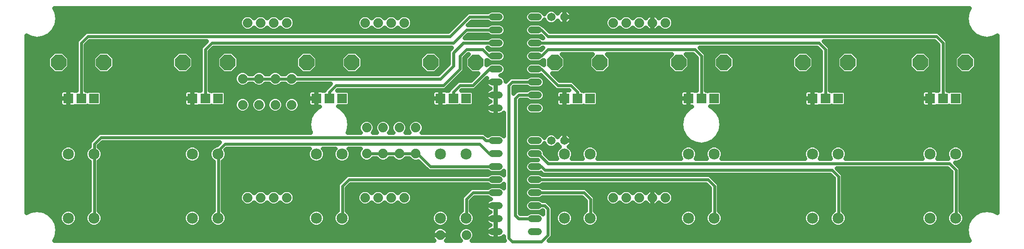
<source format=gbl>
G75*
G70*
%OFA0B0*%
%FSLAX24Y24*%
%IPPOS*%
%LPD*%
%AMOC8*
5,1,8,0,0,1.08239X$1,22.5*
%
%ADD10R,0.0740X0.0740*%
%ADD11OC8,0.1181*%
%ADD12C,0.0520*%
%ADD13C,0.0740*%
%ADD14C,0.0650*%
%ADD15C,0.0850*%
%ADD16C,0.0240*%
%ADD17C,0.0320*%
D10*
X005026Y012754D03*
X006010Y012754D03*
X006994Y012754D03*
X014526Y012754D03*
X015510Y012754D03*
X016494Y012754D03*
X024026Y012754D03*
X025010Y012754D03*
X025994Y012754D03*
X033526Y012754D03*
X034510Y012754D03*
X035494Y012754D03*
X043026Y012754D03*
X044010Y012754D03*
X044994Y012754D03*
X052526Y012754D03*
X053510Y012754D03*
X054494Y012754D03*
X062026Y012754D03*
X063010Y012754D03*
X063994Y012754D03*
X071026Y012754D03*
X072010Y012754D03*
X072994Y012754D03*
D11*
X073742Y015510D03*
X070278Y015510D03*
X064742Y015510D03*
X061278Y015510D03*
X055242Y015510D03*
X051778Y015510D03*
X045742Y015510D03*
X042278Y015510D03*
X036242Y015510D03*
X032778Y015510D03*
X026742Y015510D03*
X023278Y015510D03*
X017242Y015510D03*
X013778Y015510D03*
X007742Y015510D03*
X004278Y015510D03*
D12*
X037500Y015010D02*
X038020Y015010D01*
X040500Y015010D02*
X041020Y015010D01*
X041020Y014010D02*
X040500Y014010D01*
X038020Y014010D02*
X037500Y014010D01*
X037500Y013010D02*
X038020Y013010D01*
X040500Y013010D02*
X041020Y013010D01*
X041020Y012010D02*
X040500Y012010D01*
X038020Y012010D02*
X037500Y012010D01*
X037500Y009510D02*
X038020Y009510D01*
X040500Y009510D02*
X041020Y009510D01*
X041020Y008510D02*
X040500Y008510D01*
X038020Y008510D02*
X037500Y008510D01*
X037500Y007510D02*
X038020Y007510D01*
X040500Y007510D02*
X041020Y007510D01*
X041020Y006510D02*
X040500Y006510D01*
X038020Y006510D02*
X037500Y006510D01*
X037500Y005510D02*
X038020Y005510D01*
X040500Y005510D02*
X041020Y005510D01*
X041020Y004510D02*
X040500Y004510D01*
X038020Y004510D02*
X037500Y004510D01*
X037500Y003510D02*
X038020Y003510D01*
X040500Y003510D02*
X041020Y003510D01*
X041020Y002510D02*
X040500Y002510D01*
X038020Y002510D02*
X037500Y002510D01*
X037500Y016010D02*
X038020Y016010D01*
X040500Y016010D02*
X041020Y016010D01*
X041020Y017010D02*
X040500Y017010D01*
X038020Y017010D02*
X037500Y017010D01*
X037500Y018010D02*
X038020Y018010D01*
X040500Y018010D02*
X041020Y018010D01*
X041020Y019010D02*
X040500Y019010D01*
X038020Y019010D02*
X037500Y019010D01*
D13*
X030760Y018556D03*
X029760Y018556D03*
X028760Y018556D03*
X027760Y018556D03*
X021760Y018556D03*
X020760Y018556D03*
X019760Y018556D03*
X018760Y018556D03*
X018385Y014260D03*
X019635Y014260D03*
X020885Y014260D03*
X022135Y014260D03*
X022135Y012260D03*
X020885Y012260D03*
X019635Y012260D03*
X018385Y012260D03*
X027885Y010510D03*
X029135Y010510D03*
X030385Y010510D03*
X031635Y010510D03*
X031635Y008510D03*
X030385Y008510D03*
X029135Y008510D03*
X027885Y008510D03*
X027760Y005118D03*
X028760Y005118D03*
X029760Y005118D03*
X030760Y005118D03*
X021760Y005118D03*
X020760Y005118D03*
X019760Y005118D03*
X018760Y005118D03*
X033510Y002260D03*
X035510Y002260D03*
X046760Y005118D03*
X047760Y005118D03*
X048760Y005118D03*
X049760Y005118D03*
X050760Y005118D03*
X050760Y018556D03*
X049760Y018556D03*
X048760Y018556D03*
X047760Y018556D03*
X046760Y018556D03*
D14*
X043010Y019010D03*
X042010Y019010D03*
X042010Y009510D03*
X043010Y009510D03*
D15*
X043026Y008471D03*
X044994Y008471D03*
X052526Y008471D03*
X054494Y008471D03*
X062026Y008471D03*
X063994Y008471D03*
X071026Y008471D03*
X072994Y008471D03*
X072994Y003549D03*
X071026Y003549D03*
X063994Y003549D03*
X062026Y003549D03*
X054494Y003549D03*
X052526Y003549D03*
X044994Y003549D03*
X043026Y003549D03*
X035494Y003549D03*
X033526Y003549D03*
X025994Y003549D03*
X024026Y003549D03*
X016494Y003549D03*
X014526Y003549D03*
X006994Y003549D03*
X005026Y003549D03*
X005026Y008471D03*
X006994Y008471D03*
X014526Y008471D03*
X016494Y008471D03*
X024026Y008471D03*
X025994Y008471D03*
X033526Y008471D03*
X035494Y008471D03*
D16*
X036510Y009260D02*
X037260Y008510D01*
X037760Y008510D01*
X036510Y009260D02*
X017010Y009260D01*
X016510Y008760D01*
X016510Y003565D01*
X016494Y003549D01*
X025994Y003549D02*
X026010Y003565D01*
X026010Y006010D01*
X026510Y006510D01*
X037760Y006510D01*
X037760Y007510D02*
X032760Y007510D01*
X031760Y008510D01*
X031635Y008510D01*
X030385Y008510D01*
X029135Y008510D01*
X027885Y008510D01*
X036760Y009760D02*
X037010Y009510D01*
X037760Y009510D01*
X036760Y009760D02*
X007510Y009760D01*
X007010Y009260D01*
X007010Y003565D01*
X006994Y003549D01*
X035494Y003549D02*
X035510Y003565D01*
X035510Y005010D01*
X036010Y005510D01*
X037760Y005510D01*
X040760Y005510D02*
X044510Y005510D01*
X045010Y005010D01*
X045010Y003565D01*
X044994Y003549D01*
X041760Y004260D02*
X041510Y004510D01*
X040760Y004510D01*
X041760Y004260D02*
X041760Y002260D01*
X041260Y001760D01*
X039010Y001760D01*
X038760Y002010D01*
X038760Y013760D01*
X039010Y014010D01*
X040760Y014010D01*
X041260Y015010D02*
X042510Y013760D01*
X043510Y013760D01*
X044010Y013260D01*
X044010Y012754D01*
X040760Y013010D02*
X039510Y013010D01*
X039260Y012760D01*
X039260Y003760D01*
X039510Y003510D01*
X040760Y003510D01*
X040760Y006510D02*
X054010Y006510D01*
X054510Y006010D01*
X054510Y003565D01*
X054494Y003549D01*
X063994Y003549D02*
X064010Y003565D01*
X064010Y006760D01*
X063510Y007260D01*
X041510Y007260D01*
X041260Y007510D01*
X040760Y007510D01*
X041760Y007760D02*
X072510Y007760D01*
X073010Y007260D01*
X073010Y003565D01*
X072994Y003549D01*
X041760Y007760D02*
X041010Y008510D01*
X040760Y008510D01*
X034510Y012754D02*
X034510Y013260D01*
X035010Y013760D01*
X036010Y013760D01*
X037260Y015010D01*
X037760Y015010D01*
X035010Y015010D02*
X033760Y013760D01*
X025510Y013760D01*
X025010Y013260D01*
X025010Y012754D01*
X022135Y014260D02*
X020885Y014260D01*
X019635Y014260D01*
X018385Y014260D01*
X022135Y014260D02*
X033510Y014260D01*
X034510Y015260D01*
X034510Y016260D01*
X035260Y017010D01*
X037760Y017010D01*
X036760Y016510D02*
X035510Y016510D01*
X035010Y016010D01*
X035010Y015010D01*
X036760Y016510D02*
X037260Y016010D01*
X037760Y016010D01*
X040760Y016010D02*
X041260Y016010D01*
X041760Y016510D01*
X053010Y016510D01*
X053510Y016010D01*
X053510Y012754D01*
X063010Y012754D02*
X063010Y016510D01*
X062510Y017010D01*
X040760Y017010D01*
X041760Y017510D02*
X071510Y017510D01*
X072010Y017010D01*
X072010Y012754D01*
X041760Y017510D02*
X041260Y018010D01*
X040760Y018010D01*
X037760Y018010D02*
X035510Y018010D01*
X034510Y017010D01*
X016010Y017010D01*
X015510Y016510D01*
X015510Y012754D01*
X006010Y012754D02*
X006010Y017010D01*
X006510Y017510D01*
X034260Y017510D01*
X035760Y019010D01*
X037760Y019010D01*
X040760Y015010D02*
X041260Y015010D01*
D17*
X004119Y002153D02*
X003949Y001820D01*
X033059Y001820D01*
X033029Y001850D01*
X032971Y001930D01*
X032926Y002018D01*
X032896Y002112D01*
X032880Y002210D01*
X032880Y002260D01*
X033510Y002260D01*
X034140Y002260D01*
X034140Y002310D01*
X034124Y002408D01*
X034094Y002502D01*
X034049Y002590D01*
X033991Y002670D01*
X033920Y002741D01*
X033840Y002799D01*
X033752Y002844D01*
X033658Y002874D01*
X033595Y002884D01*
X033658Y002884D01*
X033902Y002986D01*
X034090Y003173D01*
X034191Y003417D01*
X034191Y003682D01*
X034090Y003926D01*
X033902Y004113D01*
X033658Y004214D01*
X033393Y004214D01*
X033149Y004113D01*
X032962Y003926D01*
X032861Y003682D01*
X032861Y003417D01*
X032962Y003173D01*
X033149Y002986D01*
X033393Y002884D01*
X033425Y002884D01*
X033362Y002874D01*
X033268Y002844D01*
X033180Y002799D01*
X033100Y002741D01*
X033029Y002670D01*
X032971Y002590D01*
X032926Y002502D01*
X032896Y002408D01*
X032880Y002310D01*
X032880Y002260D01*
X033510Y002260D01*
X033510Y002260D01*
X033510Y002260D01*
X034140Y002260D01*
X034140Y002210D01*
X034124Y002112D01*
X034094Y002018D01*
X034049Y001930D01*
X033991Y001850D01*
X033961Y001820D01*
X035087Y001820D01*
X034993Y001914D01*
X034900Y002139D01*
X034900Y002381D01*
X034993Y002606D01*
X035164Y002777D01*
X035389Y002870D01*
X035631Y002870D01*
X035856Y002777D01*
X036027Y002606D01*
X036120Y002381D01*
X036120Y002139D01*
X036027Y001914D01*
X035933Y001820D01*
X038449Y001820D01*
X038400Y001938D01*
X038400Y002155D01*
X038359Y002113D01*
X038293Y002065D01*
X038220Y002028D01*
X038142Y002003D01*
X038061Y001990D01*
X037760Y001990D01*
X037760Y002510D01*
X037760Y002510D01*
X037760Y003510D01*
X037760Y003510D01*
X037760Y003990D01*
X037760Y004510D01*
X037760Y004510D01*
X036980Y004510D01*
X036980Y004551D01*
X036993Y004632D01*
X037018Y004710D01*
X037055Y004783D01*
X037103Y004849D01*
X037161Y004907D01*
X037227Y004955D01*
X037300Y004992D01*
X037378Y005017D01*
X037382Y005018D01*
X037217Y005086D01*
X037153Y005150D01*
X036159Y005150D01*
X035870Y004861D01*
X035870Y004114D01*
X035871Y004113D01*
X036058Y003926D01*
X036159Y003682D01*
X036159Y003417D01*
X036058Y003173D01*
X035871Y002986D01*
X035627Y002884D01*
X035362Y002884D01*
X035118Y002986D01*
X034930Y003173D01*
X034829Y003417D01*
X034829Y003682D01*
X034930Y003926D01*
X035118Y004113D01*
X035150Y004127D01*
X035150Y005082D01*
X031370Y005082D01*
X031370Y004997D02*
X031370Y005240D01*
X031277Y005464D01*
X031106Y005635D01*
X030881Y005728D01*
X030639Y005728D01*
X030414Y005635D01*
X030260Y005481D01*
X030106Y005635D01*
X029881Y005728D01*
X029639Y005728D01*
X029414Y005635D01*
X029260Y005481D01*
X029106Y005635D01*
X028881Y005728D01*
X028639Y005728D01*
X028414Y005635D01*
X028260Y005481D01*
X028106Y005635D01*
X027881Y005728D01*
X027639Y005728D01*
X027414Y005635D01*
X027243Y005464D01*
X027150Y005240D01*
X027150Y004997D01*
X027243Y004773D01*
X027414Y004601D01*
X027639Y004508D01*
X027881Y004508D01*
X028106Y004601D01*
X028260Y004756D01*
X028414Y004601D01*
X028639Y004508D01*
X028881Y004508D01*
X029106Y004601D01*
X029260Y004756D01*
X029414Y004601D01*
X029639Y004508D01*
X029881Y004508D01*
X030106Y004601D01*
X030260Y004756D01*
X030414Y004601D01*
X030639Y004508D01*
X030881Y004508D01*
X031106Y004601D01*
X031277Y004773D01*
X031370Y004997D01*
X031268Y004764D02*
X035150Y004764D01*
X035150Y005082D02*
X035205Y005214D01*
X035306Y005315D01*
X035806Y005815D01*
X035938Y005870D01*
X037153Y005870D01*
X037217Y005934D01*
X037401Y006010D01*
X038119Y006010D01*
X038303Y005934D01*
X038400Y005837D01*
X038400Y006183D01*
X038303Y006086D01*
X038119Y006010D01*
X037401Y006010D01*
X037217Y006086D01*
X037153Y006150D01*
X026659Y006150D01*
X026370Y005861D01*
X026370Y004114D01*
X026371Y004113D01*
X026558Y003926D01*
X026659Y003682D01*
X026659Y003417D01*
X026558Y003173D01*
X026371Y002986D01*
X026127Y002884D01*
X025862Y002884D01*
X025618Y002986D01*
X025430Y003173D01*
X025329Y003417D01*
X025329Y003682D01*
X025430Y003926D01*
X025618Y004113D01*
X025650Y004127D01*
X025650Y006082D01*
X025705Y006214D01*
X025806Y006315D01*
X026306Y006815D01*
X026438Y006870D01*
X037153Y006870D01*
X037217Y006934D01*
X037401Y007010D01*
X038119Y007010D01*
X038303Y006934D01*
X038400Y006837D01*
X038400Y007183D01*
X038303Y007086D01*
X038119Y007010D01*
X037401Y007010D01*
X037217Y007086D01*
X037153Y007150D01*
X032688Y007150D01*
X032556Y007205D01*
X032455Y007306D01*
X031830Y007931D01*
X031756Y007900D01*
X031514Y007900D01*
X031289Y007993D01*
X031132Y008150D01*
X030888Y008150D01*
X030731Y007993D01*
X030506Y007900D01*
X030264Y007900D01*
X030039Y007993D01*
X029882Y008150D01*
X029638Y008150D01*
X029481Y007993D01*
X029256Y007900D01*
X029014Y007900D01*
X028789Y007993D01*
X028632Y008150D01*
X028388Y008150D01*
X028231Y007993D01*
X028006Y007900D01*
X027764Y007900D01*
X027539Y007993D01*
X027368Y008164D01*
X027275Y008389D01*
X027275Y008631D01*
X027368Y008856D01*
X027412Y008900D01*
X026505Y008900D01*
X026558Y008847D01*
X026659Y008603D01*
X026659Y008338D01*
X026558Y008094D01*
X026371Y007907D01*
X026127Y007806D01*
X025862Y007806D01*
X025618Y007907D01*
X025430Y008094D01*
X025329Y008338D01*
X025329Y008603D01*
X025430Y008847D01*
X025483Y008900D01*
X024537Y008900D01*
X024590Y008847D01*
X024691Y008603D01*
X024691Y008338D01*
X024590Y008094D01*
X024402Y007907D01*
X024158Y007806D01*
X023893Y007806D01*
X023649Y007907D01*
X023462Y008094D01*
X023361Y008338D01*
X023361Y008603D01*
X023462Y008847D01*
X023515Y008900D01*
X017159Y008900D01*
X017072Y008813D01*
X017159Y008603D01*
X017159Y008338D01*
X017058Y008094D01*
X016871Y007907D01*
X016870Y007906D01*
X016870Y004114D01*
X016871Y004113D01*
X017058Y003926D01*
X017159Y003682D01*
X017159Y003417D01*
X017058Y003173D01*
X016871Y002986D01*
X016627Y002884D01*
X016362Y002884D01*
X016118Y002986D01*
X015930Y003173D01*
X015829Y003417D01*
X015829Y003682D01*
X015930Y003926D01*
X016118Y004113D01*
X016150Y004127D01*
X016150Y007893D01*
X016118Y007907D01*
X015930Y008094D01*
X015829Y008338D01*
X015829Y008603D01*
X015930Y008847D01*
X016118Y009034D01*
X016362Y009136D01*
X016377Y009136D01*
X016641Y009400D01*
X007659Y009400D01*
X007370Y009111D01*
X007370Y009035D01*
X007371Y009034D01*
X007558Y008847D01*
X007659Y008603D01*
X007659Y008338D01*
X007558Y008094D01*
X007371Y007907D01*
X007370Y007906D01*
X007370Y004114D01*
X007371Y004113D01*
X007558Y003926D01*
X007659Y003682D01*
X007659Y003417D01*
X007558Y003173D01*
X007371Y002986D01*
X007127Y002884D01*
X006862Y002884D01*
X006618Y002986D01*
X006430Y003173D01*
X006329Y003417D01*
X006329Y003682D01*
X006430Y003926D01*
X006618Y004113D01*
X006650Y004127D01*
X006650Y007893D01*
X006618Y007907D01*
X006430Y008094D01*
X006329Y008338D01*
X006329Y008603D01*
X006430Y008847D01*
X006618Y009034D01*
X006650Y009048D01*
X006650Y009332D01*
X006705Y009464D01*
X006806Y009565D01*
X007306Y010065D01*
X007438Y010120D01*
X023607Y010120D01*
X023526Y010278D01*
X023526Y010278D01*
X023450Y010760D01*
X023450Y010760D01*
X023526Y011242D01*
X023526Y011242D01*
X023748Y011677D01*
X023748Y011677D01*
X024093Y012022D01*
X024093Y012022D01*
X024293Y012124D01*
X024026Y012124D01*
X024026Y012754D01*
X024026Y012754D01*
X024026Y012754D01*
X024026Y013384D01*
X024421Y013384D01*
X024472Y013374D01*
X024519Y013355D01*
X024538Y013342D01*
X024592Y013364D01*
X024663Y013364D01*
X024705Y013464D01*
X024806Y013565D01*
X025141Y013900D01*
X022638Y013900D01*
X022481Y013743D01*
X022256Y013650D01*
X022014Y013650D01*
X021789Y013743D01*
X021632Y013900D01*
X021388Y013900D01*
X021231Y013743D01*
X021006Y013650D01*
X020764Y013650D01*
X020539Y013743D01*
X020382Y013900D01*
X020138Y013900D01*
X019981Y013743D01*
X019756Y013650D01*
X019514Y013650D01*
X019289Y013743D01*
X019132Y013900D01*
X018888Y013900D01*
X018731Y013743D01*
X018506Y013650D01*
X018264Y013650D01*
X018039Y013743D01*
X017868Y013914D01*
X017775Y014139D01*
X017775Y014381D01*
X017868Y014606D01*
X018039Y014777D01*
X018264Y014870D01*
X018506Y014870D01*
X018731Y014777D01*
X018888Y014620D01*
X019132Y014620D01*
X019289Y014777D01*
X019514Y014870D01*
X019756Y014870D01*
X019981Y014777D01*
X020138Y014620D01*
X020382Y014620D01*
X020539Y014777D01*
X020764Y014870D01*
X021006Y014870D01*
X021231Y014777D01*
X021388Y014620D01*
X021632Y014620D01*
X021789Y014777D01*
X022014Y014870D01*
X022256Y014870D01*
X022481Y014777D01*
X022638Y014620D01*
X033361Y014620D01*
X034150Y015409D01*
X034150Y016332D01*
X034205Y016464D01*
X034391Y016650D01*
X016159Y016650D01*
X015870Y016361D01*
X015870Y013364D01*
X015928Y013364D01*
X016002Y013333D01*
X016077Y013364D01*
X016912Y013364D01*
X017000Y013328D01*
X017068Y013260D01*
X017104Y013172D01*
X017104Y012336D01*
X017068Y012248D01*
X017000Y012181D01*
X016912Y012144D01*
X016077Y012144D01*
X016002Y012175D01*
X015928Y012144D01*
X015092Y012144D01*
X015038Y012167D01*
X015019Y012154D01*
X014972Y012134D01*
X014921Y012124D01*
X014526Y012124D01*
X014526Y012754D01*
X014526Y012754D01*
X014526Y012754D01*
X014526Y013384D01*
X014921Y013384D01*
X014972Y013374D01*
X015019Y013355D01*
X015038Y013342D01*
X015092Y013364D01*
X015150Y013364D01*
X015150Y016582D01*
X015205Y016714D01*
X015306Y016815D01*
X015641Y017150D01*
X006659Y017150D01*
X006370Y016861D01*
X006370Y013364D01*
X006428Y013364D01*
X006502Y013333D01*
X006577Y013364D01*
X007412Y013364D01*
X007500Y013328D01*
X007568Y013260D01*
X007604Y013172D01*
X007604Y012336D01*
X007568Y012248D01*
X007500Y012181D01*
X007412Y012144D01*
X006577Y012144D01*
X006502Y012175D01*
X006428Y012144D01*
X005592Y012144D01*
X005538Y012167D01*
X005519Y012154D01*
X005472Y012134D01*
X005421Y012124D01*
X005026Y012124D01*
X005026Y012754D01*
X005026Y012754D01*
X005026Y012754D01*
X005026Y013384D01*
X005421Y013384D01*
X005472Y013374D01*
X005519Y013355D01*
X005538Y013342D01*
X005592Y013364D01*
X005650Y013364D01*
X005650Y017082D01*
X005705Y017214D01*
X005806Y017315D01*
X006306Y017815D01*
X006438Y017870D01*
X034111Y017870D01*
X035556Y019315D01*
X035688Y019370D01*
X037153Y019370D01*
X037217Y019434D01*
X037401Y019510D01*
X038119Y019510D01*
X038303Y019434D01*
X038444Y019293D01*
X038520Y019109D01*
X038520Y018911D01*
X038444Y018727D01*
X038303Y018586D01*
X038119Y018510D01*
X037401Y018510D01*
X037217Y018586D01*
X037153Y018650D01*
X035909Y018650D01*
X035629Y018370D01*
X037153Y018370D01*
X037217Y018434D01*
X037401Y018510D01*
X038119Y018510D01*
X038303Y018434D01*
X038444Y018293D01*
X038520Y018109D01*
X038520Y017911D01*
X038444Y017727D01*
X038303Y017586D01*
X038119Y017510D01*
X037401Y017510D01*
X037217Y017586D01*
X037153Y017650D01*
X035659Y017650D01*
X035379Y017370D01*
X037153Y017370D01*
X037217Y017434D01*
X037401Y017510D01*
X038119Y017510D01*
X038303Y017434D01*
X038444Y017293D01*
X038520Y017109D01*
X038520Y016911D01*
X038444Y016727D01*
X038303Y016586D01*
X038119Y016510D01*
X037401Y016510D01*
X037217Y016586D01*
X037153Y016650D01*
X037129Y016650D01*
X037308Y016472D01*
X037401Y016510D01*
X038119Y016510D01*
X038303Y016434D01*
X038444Y016293D01*
X038520Y016109D01*
X038520Y015911D01*
X040000Y015911D01*
X040076Y015727D01*
X040217Y015586D01*
X040401Y015510D01*
X040217Y015434D01*
X040076Y015293D01*
X040000Y015109D01*
X040000Y014911D01*
X040076Y014727D01*
X040217Y014586D01*
X040401Y014510D01*
X041119Y014510D01*
X041212Y014548D01*
X042205Y013556D01*
X042306Y013455D01*
X042438Y013400D01*
X043361Y013400D01*
X043377Y013384D01*
X043026Y013384D01*
X043026Y012754D01*
X043026Y012124D01*
X043421Y012124D01*
X043472Y012134D01*
X043519Y012154D01*
X043538Y012167D01*
X043592Y012144D01*
X044428Y012144D01*
X044502Y012175D01*
X044577Y012144D01*
X045412Y012144D01*
X045500Y012181D01*
X045568Y012248D01*
X045604Y012336D01*
X045604Y013172D01*
X045568Y013260D01*
X045500Y013328D01*
X045412Y013364D01*
X044577Y013364D01*
X044502Y013333D01*
X044428Y013364D01*
X044357Y013364D01*
X044315Y013464D01*
X044214Y013565D01*
X043714Y014065D01*
X043582Y014120D01*
X042659Y014120D01*
X042100Y014679D01*
X042622Y014679D01*
X043108Y015166D01*
X043108Y015854D01*
X042812Y016150D01*
X045208Y016150D01*
X044912Y015854D01*
X044912Y015166D01*
X045398Y014679D01*
X046086Y014679D01*
X046573Y015166D01*
X046573Y015854D01*
X046277Y016150D01*
X051243Y016150D01*
X050947Y015854D01*
X050947Y015166D01*
X051434Y014679D01*
X052122Y014679D01*
X052608Y015166D01*
X052608Y015854D01*
X052312Y016150D01*
X052861Y016150D01*
X053150Y015861D01*
X053150Y013364D01*
X053092Y013364D01*
X053038Y013342D01*
X053019Y013355D01*
X052972Y013374D01*
X052921Y013384D01*
X052526Y013384D01*
X052526Y012754D01*
X052526Y012124D01*
X052793Y012124D01*
X052593Y012022D01*
X052248Y011677D01*
X052248Y011677D01*
X052026Y011242D01*
X051950Y010760D01*
X051950Y010760D01*
X052026Y010278D01*
X052026Y010278D01*
X052248Y009843D01*
X052593Y009498D01*
X053028Y009276D01*
X053510Y009200D01*
X053992Y009276D01*
X054427Y009498D01*
X054772Y009843D01*
X054772Y009843D01*
X054994Y010278D01*
X055070Y010760D01*
X054994Y011242D01*
X054772Y011677D01*
X054427Y012022D01*
X054187Y012144D01*
X054912Y012144D01*
X055000Y012181D01*
X055068Y012248D01*
X055104Y012336D01*
X055104Y013172D01*
X055068Y013260D01*
X055000Y013328D01*
X054912Y013364D01*
X054077Y013364D01*
X054002Y013333D01*
X053928Y013364D01*
X053870Y013364D01*
X053870Y016082D01*
X053815Y016214D01*
X053714Y016315D01*
X053714Y016315D01*
X053379Y016650D01*
X062361Y016650D01*
X062650Y016361D01*
X062650Y013364D01*
X062592Y013364D01*
X062538Y013342D01*
X062519Y013355D01*
X062472Y013374D01*
X062421Y013384D01*
X062026Y013384D01*
X062026Y012754D01*
X062026Y012124D01*
X062421Y012124D01*
X062472Y012134D01*
X062519Y012154D01*
X062538Y012167D01*
X062592Y012144D01*
X063428Y012144D01*
X063502Y012175D01*
X063577Y012144D01*
X064412Y012144D01*
X064500Y012181D01*
X064568Y012248D01*
X064604Y012336D01*
X064604Y013172D01*
X064568Y013260D01*
X064500Y013328D01*
X064412Y013364D01*
X063577Y013364D01*
X063502Y013333D01*
X063428Y013364D01*
X063370Y013364D01*
X063370Y016582D01*
X063315Y016714D01*
X063214Y016815D01*
X062879Y017150D01*
X071361Y017150D01*
X071650Y016861D01*
X071650Y013364D01*
X071592Y013364D01*
X071538Y013342D01*
X071519Y013355D01*
X071472Y013374D01*
X071421Y013384D01*
X071026Y013384D01*
X071026Y012754D01*
X071026Y012124D01*
X071421Y012124D01*
X071472Y012134D01*
X071519Y012154D01*
X071538Y012167D01*
X071592Y012144D01*
X072428Y012144D01*
X072502Y012175D01*
X072577Y012144D01*
X073412Y012144D01*
X073500Y012181D01*
X073568Y012248D01*
X073604Y012336D01*
X073604Y013172D01*
X073568Y013260D01*
X073500Y013328D01*
X073412Y013364D01*
X072577Y013364D01*
X072502Y013333D01*
X072428Y013364D01*
X072370Y013364D01*
X072370Y017082D01*
X072315Y017214D01*
X072214Y017315D01*
X071714Y017815D01*
X071582Y017870D01*
X041909Y017870D01*
X041464Y018315D01*
X041392Y018345D01*
X041303Y018434D01*
X041119Y018510D01*
X040401Y018510D01*
X040217Y018434D01*
X040076Y018293D01*
X040000Y018109D01*
X040000Y017911D01*
X040076Y017727D01*
X040217Y017586D01*
X040401Y017510D01*
X040217Y017434D01*
X040076Y017293D01*
X040000Y017109D01*
X040000Y016911D01*
X040076Y016727D01*
X040217Y016586D01*
X040401Y016510D01*
X040217Y016434D01*
X040076Y016293D01*
X040000Y016109D01*
X040000Y015911D01*
X040210Y015593D02*
X038310Y015593D01*
X038303Y015586D02*
X038444Y015727D01*
X038520Y015911D01*
X038303Y015586D02*
X038119Y015510D01*
X037401Y015510D01*
X037217Y015586D01*
X037128Y015675D01*
X037073Y015698D01*
X037073Y015322D01*
X037128Y015345D01*
X037217Y015434D01*
X037401Y015510D01*
X038119Y015510D01*
X038303Y015434D01*
X038444Y015293D01*
X038520Y015109D01*
X038520Y014911D01*
X038444Y014727D01*
X038303Y014586D01*
X038138Y014518D01*
X038142Y014517D01*
X038220Y014492D01*
X038293Y014455D01*
X038359Y014407D01*
X038417Y014349D01*
X038465Y014283D01*
X038502Y014210D01*
X038527Y014132D01*
X038540Y014051D01*
X038540Y014049D01*
X038556Y014065D01*
X038806Y014315D01*
X038938Y014370D01*
X040153Y014370D01*
X040217Y014434D01*
X040401Y014510D01*
X041119Y014510D01*
X041303Y014434D01*
X041444Y014293D01*
X041520Y014109D01*
X041520Y013911D01*
X041444Y013727D01*
X041303Y013586D01*
X041119Y013510D01*
X040401Y013510D01*
X040217Y013586D01*
X040153Y013650D01*
X039159Y013650D01*
X039120Y013611D01*
X039120Y013129D01*
X039306Y013315D01*
X039438Y013370D01*
X040153Y013370D01*
X040217Y013434D01*
X040401Y013510D01*
X041119Y013510D01*
X041303Y013434D01*
X041444Y013293D01*
X041520Y013109D01*
X041520Y012911D01*
X041444Y012727D01*
X041303Y012586D01*
X041119Y012510D01*
X041303Y012434D01*
X041444Y012293D01*
X041520Y012109D01*
X041520Y011911D01*
X041444Y011727D01*
X041303Y011586D01*
X041119Y011510D01*
X040401Y011510D01*
X040217Y011586D01*
X040076Y011727D01*
X040000Y011911D01*
X040000Y012109D01*
X040076Y012293D01*
X040217Y012434D01*
X040401Y012510D01*
X041119Y012510D01*
X040401Y012510D01*
X040217Y012586D01*
X040153Y012650D01*
X039659Y012650D01*
X039620Y012611D01*
X039620Y003909D01*
X039659Y003870D01*
X040153Y003870D01*
X040217Y003934D01*
X040401Y004010D01*
X041119Y004010D01*
X041303Y003934D01*
X041400Y003837D01*
X041400Y004111D01*
X041364Y004147D01*
X041303Y004086D01*
X041119Y004010D01*
X040401Y004010D01*
X040217Y004086D01*
X040076Y004227D01*
X040000Y004411D01*
X040000Y004609D01*
X040076Y004793D01*
X040217Y004934D01*
X040401Y005010D01*
X041119Y005010D01*
X041303Y005086D01*
X041367Y005150D01*
X044361Y005150D01*
X044650Y004861D01*
X044650Y004127D01*
X044618Y004113D01*
X044430Y003926D01*
X044329Y003682D01*
X044329Y003417D01*
X044430Y003173D01*
X044618Y002986D01*
X044862Y002884D01*
X045127Y002884D01*
X045371Y002986D01*
X045558Y003173D01*
X045659Y003417D01*
X045659Y003682D01*
X045558Y003926D01*
X045371Y004113D01*
X045370Y004114D01*
X045370Y005082D01*
X046150Y005082D01*
X046150Y004997D02*
X046243Y004773D01*
X046414Y004601D01*
X046639Y004508D01*
X046881Y004508D01*
X047106Y004601D01*
X047260Y004756D01*
X047414Y004601D01*
X047639Y004508D01*
X047881Y004508D01*
X048106Y004601D01*
X048260Y004756D01*
X048414Y004601D01*
X048639Y004508D01*
X048881Y004508D01*
X049106Y004601D01*
X049251Y004747D01*
X049279Y004708D01*
X049350Y004638D01*
X049430Y004579D01*
X049518Y004534D01*
X049612Y004504D01*
X049710Y004488D01*
X049760Y004488D01*
X049810Y004488D01*
X049908Y004504D01*
X050002Y004534D01*
X050090Y004579D01*
X050170Y004638D01*
X050241Y004708D01*
X050269Y004747D01*
X050414Y004601D01*
X050639Y004508D01*
X050881Y004508D01*
X051106Y004601D01*
X051277Y004773D01*
X051370Y004997D01*
X051370Y005240D01*
X051277Y005464D01*
X051106Y005635D01*
X050881Y005728D01*
X050639Y005728D01*
X050414Y005635D01*
X050269Y005490D01*
X050241Y005529D01*
X050170Y005599D01*
X050090Y005657D01*
X050002Y005702D01*
X049908Y005733D01*
X049810Y005748D01*
X049760Y005748D01*
X049760Y005118D01*
X049760Y004488D01*
X049760Y005118D01*
X049760Y005118D01*
X049760Y005748D01*
X049710Y005748D01*
X049612Y005733D01*
X049518Y005702D01*
X049430Y005657D01*
X049350Y005599D01*
X049279Y005529D01*
X049251Y005490D01*
X049106Y005635D01*
X048881Y005728D01*
X048639Y005728D01*
X048414Y005635D01*
X048260Y005481D01*
X048106Y005635D01*
X047881Y005728D01*
X047639Y005728D01*
X047414Y005635D01*
X047260Y005481D01*
X047106Y005635D01*
X046881Y005728D01*
X046639Y005728D01*
X046414Y005635D01*
X046243Y005464D01*
X046150Y005240D01*
X046150Y004997D01*
X046252Y004764D02*
X045370Y004764D01*
X045370Y005082D02*
X045315Y005214D01*
X045214Y005315D01*
X044714Y005815D01*
X044582Y005870D01*
X041367Y005870D01*
X041303Y005934D01*
X041119Y006010D01*
X041303Y006086D01*
X041367Y006150D01*
X053861Y006150D01*
X054150Y005861D01*
X054150Y004127D01*
X054118Y004113D01*
X053930Y003926D01*
X053829Y003682D01*
X053829Y003417D01*
X053930Y003173D01*
X054118Y002986D01*
X054362Y002884D01*
X054627Y002884D01*
X054871Y002986D01*
X055058Y003173D01*
X055159Y003417D01*
X055159Y003682D01*
X055058Y003926D01*
X054871Y004113D01*
X054870Y004114D01*
X054870Y006082D01*
X054815Y006214D01*
X054714Y006315D01*
X054214Y006815D01*
X054082Y006870D01*
X041367Y006870D01*
X041303Y006934D01*
X041119Y007010D01*
X041212Y007048D01*
X041306Y006955D01*
X041438Y006900D01*
X063361Y006900D01*
X063650Y006611D01*
X063650Y004127D01*
X063618Y004113D01*
X063430Y003926D01*
X063329Y003682D01*
X063329Y003417D01*
X063430Y003173D01*
X063618Y002986D01*
X063862Y002884D01*
X064127Y002884D01*
X064371Y002986D01*
X064558Y003173D01*
X064659Y003417D01*
X064659Y003682D01*
X064558Y003926D01*
X064371Y004113D01*
X064370Y004114D01*
X064370Y006832D01*
X064315Y006964D01*
X064214Y007065D01*
X064214Y007065D01*
X063879Y007400D01*
X072361Y007400D01*
X072650Y007111D01*
X072650Y004127D01*
X072618Y004113D01*
X072430Y003926D01*
X072329Y003682D01*
X072329Y003417D01*
X072430Y003173D01*
X072618Y002986D01*
X072862Y002884D01*
X073127Y002884D01*
X073371Y002986D01*
X073558Y003173D01*
X073659Y003417D01*
X073659Y003682D01*
X073558Y003926D01*
X073371Y004113D01*
X073370Y004114D01*
X073370Y007332D01*
X073315Y007464D01*
X073214Y007565D01*
X072973Y007806D01*
X073127Y007806D01*
X073371Y007907D01*
X073558Y008094D01*
X073659Y008338D01*
X073659Y008603D01*
X073558Y008847D01*
X073371Y009034D01*
X073127Y009136D01*
X072862Y009136D01*
X072618Y009034D01*
X072430Y008847D01*
X072329Y008603D01*
X072329Y008338D01*
X072420Y008120D01*
X071600Y008120D01*
X071691Y008338D01*
X071691Y008603D01*
X071590Y008847D01*
X071402Y009034D01*
X071158Y009136D01*
X070893Y009136D01*
X070649Y009034D01*
X070462Y008847D01*
X070361Y008603D01*
X070361Y008338D01*
X070451Y008120D01*
X064569Y008120D01*
X064659Y008338D01*
X064659Y008603D01*
X064558Y008847D01*
X064371Y009034D01*
X064127Y009136D01*
X063862Y009136D01*
X063618Y009034D01*
X063430Y008847D01*
X063329Y008603D01*
X063329Y008338D01*
X063420Y008120D01*
X062600Y008120D01*
X062691Y008338D01*
X062691Y008603D01*
X062590Y008847D01*
X062402Y009034D01*
X062158Y009136D01*
X061893Y009136D01*
X061649Y009034D01*
X061462Y008847D01*
X061361Y008603D01*
X061361Y008338D01*
X061451Y008120D01*
X055069Y008120D01*
X055159Y008338D01*
X055159Y008603D01*
X055058Y008847D01*
X054871Y009034D01*
X054627Y009136D01*
X054362Y009136D01*
X054118Y009034D01*
X053930Y008847D01*
X053829Y008603D01*
X053829Y008338D01*
X053920Y008120D01*
X053100Y008120D01*
X053191Y008338D01*
X053191Y008603D01*
X053090Y008847D01*
X052902Y009034D01*
X052658Y009136D01*
X052393Y009136D01*
X052149Y009034D01*
X051962Y008847D01*
X051861Y008603D01*
X051861Y008338D01*
X051951Y008120D01*
X045569Y008120D01*
X045659Y008338D01*
X045659Y008603D01*
X045558Y008847D01*
X045371Y009034D01*
X045127Y009136D01*
X044862Y009136D01*
X044618Y009034D01*
X044430Y008847D01*
X044329Y008603D01*
X044329Y008338D01*
X044420Y008120D01*
X043600Y008120D01*
X043691Y008338D01*
X043691Y008603D01*
X043590Y008847D01*
X043402Y009034D01*
X043369Y009048D01*
X043391Y009064D01*
X043456Y009129D01*
X043510Y009203D01*
X043552Y009285D01*
X043581Y009373D01*
X043595Y009464D01*
X043595Y009510D01*
X043595Y009556D01*
X043581Y009647D01*
X043552Y009735D01*
X043510Y009817D01*
X043456Y009891D01*
X043391Y009956D01*
X043317Y010010D01*
X043235Y010052D01*
X043147Y010081D01*
X043056Y010095D01*
X043010Y010095D01*
X043010Y009510D01*
X043010Y009510D01*
X043595Y009510D01*
X043010Y009510D01*
X043010Y009510D01*
X043010Y010095D01*
X042964Y010095D01*
X042873Y010081D01*
X042785Y010052D01*
X042703Y010010D01*
X042629Y009956D01*
X042564Y009891D01*
X042510Y009817D01*
X042501Y009800D01*
X042489Y009830D01*
X042330Y009989D01*
X042122Y010075D01*
X041898Y010075D01*
X041690Y009989D01*
X041531Y009830D01*
X041480Y009706D01*
X041444Y009793D01*
X041303Y009934D01*
X041119Y010010D01*
X040401Y010010D01*
X040217Y009934D01*
X040076Y009793D01*
X040000Y009609D01*
X040000Y009411D01*
X040076Y009227D01*
X040217Y009086D01*
X040401Y009010D01*
X040217Y008934D01*
X040076Y008793D01*
X040000Y008609D01*
X040000Y008411D01*
X040076Y008227D01*
X040217Y008086D01*
X040401Y008010D01*
X040217Y007934D01*
X040076Y007793D01*
X040000Y007609D01*
X040000Y007411D01*
X040076Y007227D01*
X040217Y007086D01*
X040401Y007010D01*
X041119Y007010D01*
X040401Y007010D01*
X040217Y006934D01*
X040076Y006793D01*
X040000Y006609D01*
X040000Y006411D01*
X040076Y006227D01*
X040217Y006086D01*
X040401Y006010D01*
X041119Y006010D01*
X040401Y006010D01*
X040217Y005934D01*
X040076Y005793D01*
X040000Y005609D01*
X040000Y005411D01*
X040076Y005227D01*
X040217Y005086D01*
X040401Y005010D01*
X041119Y005010D01*
X041303Y004934D01*
X041367Y004870D01*
X041582Y004870D01*
X041714Y004815D01*
X041815Y004714D01*
X042065Y004464D01*
X042120Y004332D01*
X042120Y002188D01*
X042065Y002056D01*
X041964Y001955D01*
X041829Y001820D01*
X074071Y001820D01*
X073901Y002153D01*
X073901Y002153D01*
X073825Y002635D01*
X073825Y002635D01*
X073901Y003117D01*
X073901Y003117D01*
X074123Y003552D01*
X074123Y003552D01*
X074468Y003897D01*
X074468Y003897D01*
X074903Y004119D01*
X074903Y004119D01*
X075385Y004195D01*
X075385Y004195D01*
X075867Y004119D01*
X075867Y004119D01*
X076200Y003949D01*
X076200Y017571D01*
X075867Y017401D01*
X075867Y017401D01*
X075385Y017325D01*
X075385Y017325D01*
X074903Y017401D01*
X074903Y017401D01*
X074468Y017623D01*
X074468Y017623D01*
X074123Y017968D01*
X074123Y017968D01*
X073901Y018403D01*
X073825Y018885D01*
X073901Y019367D01*
X073901Y019367D01*
X074071Y019700D01*
X003949Y019700D01*
X004119Y019367D01*
X004119Y019367D01*
X004195Y018885D01*
X004119Y018403D01*
X004119Y018403D01*
X003897Y017968D01*
X003897Y017968D01*
X003552Y017623D01*
X003552Y017623D01*
X003117Y017401D01*
X003117Y017401D01*
X002635Y017325D01*
X002635Y017325D01*
X002153Y017401D01*
X002153Y017401D01*
X001820Y017571D01*
X001820Y003949D01*
X002153Y004119D01*
X002153Y004119D01*
X002635Y004195D01*
X002635Y004195D01*
X003117Y004119D01*
X003117Y004119D01*
X003552Y003897D01*
X003552Y003897D01*
X003897Y003552D01*
X003897Y003552D01*
X004119Y003117D01*
X004119Y003117D01*
X004195Y002635D01*
X004119Y002153D01*
X004119Y002153D01*
X004129Y002216D02*
X032880Y002216D01*
X032943Y002534D02*
X004179Y002534D01*
X004161Y002853D02*
X033295Y002853D01*
X033725Y002853D02*
X035346Y002853D01*
X035674Y002853D02*
X037107Y002853D01*
X037103Y002849D02*
X037055Y002783D01*
X037018Y002710D01*
X036993Y002632D01*
X036980Y002551D01*
X036980Y002510D01*
X037760Y002510D01*
X037760Y002510D01*
X037760Y002510D01*
X037760Y003030D01*
X037760Y003510D01*
X037760Y003510D01*
X036980Y003510D01*
X036980Y003551D01*
X036993Y003632D01*
X037018Y003710D01*
X037055Y003783D01*
X037103Y003849D01*
X037161Y003907D01*
X037227Y003955D01*
X037300Y003992D01*
X037356Y004010D01*
X037300Y004028D01*
X037227Y004065D01*
X037161Y004113D01*
X037103Y004171D01*
X037055Y004237D01*
X037018Y004310D01*
X036993Y004388D01*
X036980Y004469D01*
X036980Y004510D01*
X037760Y004510D01*
X037760Y004510D01*
X037760Y003510D01*
X037760Y003510D01*
X036980Y003510D01*
X036980Y003469D01*
X036993Y003388D01*
X037018Y003310D01*
X037055Y003237D01*
X037103Y003171D01*
X037161Y003113D01*
X037227Y003065D01*
X037300Y003028D01*
X037356Y003010D01*
X037300Y002992D01*
X037227Y002955D01*
X037161Y002907D01*
X037103Y002849D01*
X037104Y003171D02*
X036056Y003171D01*
X036159Y003490D02*
X036980Y003490D01*
X037074Y003808D02*
X036107Y003808D01*
X035870Y004127D02*
X037148Y004127D01*
X036984Y004445D02*
X035870Y004445D01*
X035150Y004445D02*
X026370Y004445D01*
X026370Y004127D02*
X033181Y004127D01*
X033870Y004127D02*
X035150Y004127D01*
X034882Y003808D02*
X034138Y003808D01*
X034191Y003490D02*
X034829Y003490D01*
X034932Y003171D02*
X034088Y003171D01*
X032964Y003171D02*
X026556Y003171D01*
X026659Y003490D02*
X032861Y003490D01*
X032913Y003808D02*
X026607Y003808D01*
X025650Y004127D02*
X024370Y004127D01*
X024402Y004113D02*
X024158Y004214D01*
X023893Y004214D01*
X023649Y004113D01*
X023462Y003926D01*
X023361Y003682D01*
X023361Y003417D01*
X023462Y003173D01*
X023649Y002986D01*
X023893Y002884D01*
X024158Y002884D01*
X024402Y002986D01*
X024590Y003173D01*
X024691Y003417D01*
X024691Y003682D01*
X024590Y003926D01*
X024402Y004113D01*
X023681Y004127D02*
X016870Y004127D01*
X016870Y004445D02*
X025650Y004445D01*
X025650Y004764D02*
X022268Y004764D01*
X022277Y004773D02*
X022370Y004997D01*
X022370Y005240D01*
X022277Y005464D01*
X022106Y005635D01*
X021881Y005728D01*
X021639Y005728D01*
X021414Y005635D01*
X021260Y005481D01*
X021106Y005635D01*
X020881Y005728D01*
X020639Y005728D01*
X020414Y005635D01*
X020260Y005481D01*
X020106Y005635D01*
X019881Y005728D01*
X019639Y005728D01*
X019414Y005635D01*
X019260Y005481D01*
X019106Y005635D01*
X018881Y005728D01*
X018639Y005728D01*
X018414Y005635D01*
X018243Y005464D01*
X018150Y005240D01*
X018150Y004997D01*
X018243Y004773D01*
X018414Y004601D01*
X018639Y004508D01*
X018881Y004508D01*
X019106Y004601D01*
X019260Y004756D01*
X019414Y004601D01*
X019639Y004508D01*
X019881Y004508D01*
X020106Y004601D01*
X020260Y004756D01*
X020414Y004601D01*
X020639Y004508D01*
X020881Y004508D01*
X021106Y004601D01*
X021260Y004756D01*
X021414Y004601D01*
X021639Y004508D01*
X021881Y004508D01*
X022106Y004601D01*
X022277Y004773D01*
X022370Y005082D02*
X025650Y005082D01*
X026370Y005082D02*
X027150Y005082D01*
X027252Y004764D02*
X026370Y004764D01*
X026370Y005401D02*
X027217Y005401D01*
X027616Y005719D02*
X026370Y005719D01*
X025650Y005719D02*
X021904Y005719D01*
X021616Y005719D02*
X020904Y005719D01*
X020616Y005719D02*
X019904Y005719D01*
X019616Y005719D02*
X018904Y005719D01*
X018616Y005719D02*
X016870Y005719D01*
X016870Y005401D02*
X018217Y005401D01*
X018150Y005082D02*
X016870Y005082D01*
X016870Y004764D02*
X018252Y004764D01*
X016150Y004764D02*
X007370Y004764D01*
X007370Y005082D02*
X016150Y005082D01*
X016150Y005401D02*
X007370Y005401D01*
X007370Y005719D02*
X016150Y005719D01*
X016150Y006038D02*
X007370Y006038D01*
X007370Y006356D02*
X016150Y006356D01*
X016870Y006356D02*
X025847Y006356D01*
X025650Y006038D02*
X016870Y006038D01*
X016870Y006675D02*
X026165Y006675D01*
X026547Y006038D02*
X037334Y006038D01*
X038186Y006038D02*
X038400Y006038D01*
X039620Y006038D02*
X040334Y006038D01*
X040023Y006356D02*
X039620Y006356D01*
X039620Y006675D02*
X040027Y006675D01*
X040360Y006993D02*
X039620Y006993D01*
X039620Y007312D02*
X040041Y007312D01*
X041160Y006993D02*
X041268Y006993D01*
X040009Y007630D02*
X039620Y007630D01*
X039620Y007949D02*
X040252Y007949D01*
X040401Y008010D02*
X041001Y008010D01*
X041001Y008010D01*
X040401Y008010D01*
X040059Y008267D02*
X039620Y008267D01*
X039620Y008586D02*
X040000Y008586D01*
X040187Y008904D02*
X039620Y008904D01*
X039620Y009223D02*
X040080Y009223D01*
X040401Y009010D02*
X041119Y009010D01*
X041303Y008934D01*
X041444Y008793D01*
X041520Y008609D01*
X041520Y008509D01*
X041909Y008120D01*
X042451Y008120D01*
X042361Y008338D01*
X042361Y008603D01*
X042462Y008847D01*
X042649Y009034D01*
X042662Y009040D01*
X042629Y009064D01*
X042564Y009129D01*
X042510Y009203D01*
X042501Y009220D01*
X042489Y009190D01*
X042330Y009031D01*
X042122Y008945D01*
X041898Y008945D01*
X041690Y009031D01*
X041531Y009190D01*
X041480Y009314D01*
X041444Y009227D01*
X041303Y009086D01*
X041119Y009010D01*
X040401Y009010D01*
X041333Y008904D02*
X042519Y008904D01*
X043533Y008904D02*
X044487Y008904D01*
X045501Y008904D02*
X052019Y008904D01*
X053033Y008904D02*
X053987Y008904D01*
X053652Y009223D02*
X076200Y009223D01*
X076200Y008904D02*
X073501Y008904D01*
X073659Y008586D02*
X076200Y008586D01*
X076200Y008267D02*
X073630Y008267D01*
X073413Y007949D02*
X076200Y007949D01*
X076200Y007630D02*
X073149Y007630D01*
X073370Y007312D02*
X076200Y007312D01*
X076200Y006993D02*
X073370Y006993D01*
X073370Y006675D02*
X076200Y006675D01*
X076200Y006356D02*
X073370Y006356D01*
X073370Y006038D02*
X076200Y006038D01*
X076200Y005719D02*
X073370Y005719D01*
X073370Y005401D02*
X076200Y005401D01*
X076200Y005082D02*
X073370Y005082D01*
X073370Y004764D02*
X076200Y004764D01*
X076200Y004445D02*
X073370Y004445D01*
X073370Y004127D02*
X074953Y004127D01*
X075817Y004127D02*
X076200Y004127D01*
X074379Y003808D02*
X073607Y003808D01*
X073659Y003490D02*
X074091Y003490D01*
X073929Y003171D02*
X073556Y003171D01*
X073859Y002853D02*
X042120Y002853D01*
X042120Y003171D02*
X042464Y003171D01*
X042462Y003173D02*
X042649Y002986D01*
X042893Y002884D01*
X043158Y002884D01*
X043402Y002986D01*
X043590Y003173D01*
X043691Y003417D01*
X043691Y003682D01*
X043590Y003926D01*
X043402Y004113D01*
X043158Y004214D01*
X042893Y004214D01*
X042649Y004113D01*
X042462Y003926D01*
X042361Y003682D01*
X042361Y003417D01*
X042462Y003173D01*
X043588Y003171D02*
X044432Y003171D01*
X044329Y003490D02*
X043691Y003490D01*
X043638Y003808D02*
X044382Y003808D01*
X044650Y004127D02*
X043370Y004127D01*
X042681Y004127D02*
X042120Y004127D01*
X042073Y004445D02*
X044650Y004445D01*
X045370Y004445D02*
X054150Y004445D01*
X054150Y004127D02*
X052870Y004127D01*
X052902Y004113D02*
X052658Y004214D01*
X052393Y004214D01*
X052149Y004113D01*
X051962Y003926D01*
X051861Y003682D01*
X051861Y003417D01*
X051962Y003173D01*
X052149Y002986D01*
X052393Y002884D01*
X052658Y002884D01*
X052902Y002986D01*
X053090Y003173D01*
X053191Y003417D01*
X053191Y003682D01*
X053090Y003926D01*
X052902Y004113D01*
X052181Y004127D02*
X045370Y004127D01*
X045607Y003808D02*
X051913Y003808D01*
X051861Y003490D02*
X045659Y003490D01*
X045556Y003171D02*
X051964Y003171D01*
X053088Y003171D02*
X053932Y003171D01*
X055056Y003171D02*
X061464Y003171D01*
X061462Y003173D02*
X061649Y002986D01*
X061893Y002884D01*
X062158Y002884D01*
X062402Y002986D01*
X062590Y003173D01*
X062691Y003417D01*
X062691Y003682D01*
X062590Y003926D01*
X062402Y004113D01*
X062158Y004214D01*
X061893Y004214D01*
X061649Y004113D01*
X061462Y003926D01*
X061361Y003682D01*
X061361Y003417D01*
X061462Y003173D01*
X061361Y003490D02*
X055159Y003490D01*
X055107Y003808D02*
X061413Y003808D01*
X061681Y004127D02*
X054870Y004127D01*
X054870Y004445D02*
X063650Y004445D01*
X063650Y004127D02*
X062370Y004127D01*
X062638Y003808D02*
X063382Y003808D01*
X063329Y003490D02*
X062691Y003490D01*
X062588Y003171D02*
X063432Y003171D01*
X064556Y003171D02*
X070464Y003171D01*
X070462Y003173D02*
X070649Y002986D01*
X070893Y002884D01*
X071158Y002884D01*
X071402Y002986D01*
X071590Y003173D01*
X071691Y003417D01*
X071691Y003682D01*
X071590Y003926D01*
X071402Y004113D01*
X071158Y004214D01*
X070893Y004214D01*
X070649Y004113D01*
X070462Y003926D01*
X070361Y003682D01*
X070361Y003417D01*
X070462Y003173D01*
X071588Y003171D02*
X072432Y003171D01*
X072329Y003490D02*
X071691Y003490D01*
X071638Y003808D02*
X072382Y003808D01*
X072650Y004127D02*
X071370Y004127D01*
X070681Y004127D02*
X064370Y004127D01*
X064370Y004445D02*
X072650Y004445D01*
X072650Y004764D02*
X064370Y004764D01*
X064370Y005082D02*
X072650Y005082D01*
X072650Y005401D02*
X064370Y005401D01*
X064370Y005719D02*
X072650Y005719D01*
X072650Y006038D02*
X064370Y006038D01*
X064370Y006356D02*
X072650Y006356D01*
X072650Y006675D02*
X064370Y006675D01*
X064286Y006993D02*
X072650Y006993D01*
X072449Y007312D02*
X063968Y007312D01*
X063586Y006675D02*
X054355Y006675D01*
X054673Y006356D02*
X063650Y006356D01*
X063650Y006038D02*
X054870Y006038D01*
X053973Y006038D02*
X041186Y006038D01*
X040045Y005719D02*
X039620Y005719D01*
X039620Y005401D02*
X040004Y005401D01*
X040227Y005082D02*
X039620Y005082D01*
X039620Y004764D02*
X040064Y004764D01*
X041293Y005082D02*
X044429Y005082D01*
X044650Y004764D02*
X041766Y004764D01*
X040000Y004445D02*
X039620Y004445D01*
X039620Y004127D02*
X040176Y004127D01*
X041344Y004127D02*
X041384Y004127D01*
X042120Y003808D02*
X042413Y003808D01*
X042361Y003490D02*
X042120Y003490D01*
X042120Y002534D02*
X073841Y002534D01*
X073891Y002216D02*
X042120Y002216D01*
X041906Y001897D02*
X074032Y001897D01*
X070361Y003490D02*
X064659Y003490D01*
X064607Y003808D02*
X070413Y003808D01*
X063650Y004764D02*
X054870Y004764D01*
X054870Y005082D02*
X063650Y005082D01*
X063650Y005401D02*
X054870Y005401D01*
X054870Y005719D02*
X063650Y005719D01*
X063359Y008267D02*
X062661Y008267D01*
X062691Y008586D02*
X063329Y008586D01*
X064659Y008586D02*
X070361Y008586D01*
X070390Y008267D02*
X064630Y008267D01*
X064501Y008904D02*
X070519Y008904D01*
X071533Y008904D02*
X072487Y008904D01*
X072329Y008586D02*
X071691Y008586D01*
X071661Y008267D02*
X072359Y008267D01*
X076200Y009541D02*
X054470Y009541D01*
X054427Y009498D02*
X054427Y009498D01*
X053992Y009276D02*
X053992Y009276D01*
X053510Y009200D02*
X053510Y009200D01*
X053368Y009223D02*
X043520Y009223D01*
X043595Y009541D02*
X052550Y009541D01*
X052593Y009498D02*
X052593Y009498D01*
X052248Y009843D02*
X052248Y009843D01*
X052240Y009860D02*
X043479Y009860D01*
X043010Y009860D02*
X043010Y009860D01*
X043010Y009541D02*
X043010Y009541D01*
X042541Y009860D02*
X042460Y009860D01*
X041560Y009860D02*
X041378Y009860D01*
X040142Y009860D02*
X039620Y009860D01*
X039620Y009541D02*
X040000Y009541D01*
X041440Y009223D02*
X041518Y009223D01*
X041520Y008586D02*
X042361Y008586D01*
X042390Y008267D02*
X041762Y008267D01*
X043661Y008267D02*
X044359Y008267D01*
X044329Y008586D02*
X043691Y008586D01*
X045630Y008267D02*
X051890Y008267D01*
X051861Y008586D02*
X045659Y008586D01*
X039620Y010178D02*
X052077Y010178D01*
X051992Y010497D02*
X039620Y010497D01*
X038400Y010497D02*
X032245Y010497D01*
X032245Y010389D02*
X032152Y010164D01*
X032108Y010120D01*
X036832Y010120D01*
X036964Y010065D01*
X037065Y009964D01*
X037156Y009873D01*
X037217Y009934D01*
X037401Y010010D01*
X038119Y010010D01*
X038303Y009934D01*
X038400Y009837D01*
X038400Y011655D01*
X038359Y011613D01*
X038293Y011565D01*
X038220Y011528D01*
X038142Y011503D01*
X038061Y011490D01*
X037760Y011490D01*
X037760Y012010D01*
X037760Y012010D01*
X037760Y013010D01*
X037760Y013010D01*
X037760Y013530D01*
X037760Y014010D01*
X037760Y014010D01*
X037760Y014010D01*
X036980Y014010D01*
X036980Y014051D01*
X036993Y014132D01*
X037018Y014210D01*
X037055Y014283D01*
X037091Y014332D01*
X036315Y013556D01*
X036214Y013455D01*
X036082Y013400D01*
X035159Y013400D01*
X035123Y013364D01*
X035912Y013364D01*
X036000Y013328D01*
X036068Y013260D01*
X036104Y013172D01*
X036104Y012336D01*
X036068Y012248D01*
X036000Y012181D01*
X035912Y012144D01*
X035077Y012144D01*
X035002Y012175D01*
X034928Y012144D01*
X034092Y012144D01*
X034038Y012167D01*
X034019Y012154D01*
X033972Y012134D01*
X033921Y012124D01*
X033526Y012124D01*
X033526Y012754D01*
X033526Y012754D01*
X033526Y012754D01*
X033526Y013384D01*
X033921Y013384D01*
X033972Y013374D01*
X034019Y013355D01*
X034038Y013342D01*
X034092Y013364D01*
X034163Y013364D01*
X034205Y013464D01*
X034306Y013565D01*
X034806Y014065D01*
X034938Y014120D01*
X035861Y014120D01*
X036420Y014679D01*
X035898Y014679D01*
X035412Y015166D01*
X035412Y015854D01*
X035708Y016150D01*
X035659Y016150D01*
X035370Y015861D01*
X035370Y014938D01*
X035315Y014806D01*
X034065Y013556D01*
X034065Y013556D01*
X033964Y013455D01*
X033832Y013400D01*
X025659Y013400D01*
X025623Y013364D01*
X026412Y013364D01*
X026500Y013328D01*
X026568Y013260D01*
X026604Y013172D01*
X026604Y012336D01*
X026568Y012248D01*
X026500Y012181D01*
X026412Y012144D01*
X025687Y012144D01*
X025927Y012022D01*
X025927Y012022D01*
X026272Y011677D01*
X026272Y011677D01*
X026494Y011242D01*
X026494Y011242D01*
X026570Y010760D01*
X026494Y010278D01*
X026494Y010278D01*
X026413Y010120D01*
X027412Y010120D01*
X027368Y010164D01*
X027275Y010389D01*
X027275Y010631D01*
X027368Y010856D01*
X027539Y011027D01*
X027764Y011120D01*
X028006Y011120D01*
X028231Y011027D01*
X028402Y010856D01*
X028495Y010631D01*
X028495Y010389D01*
X028402Y010164D01*
X028358Y010120D01*
X028662Y010120D01*
X028618Y010164D01*
X028525Y010389D01*
X028525Y010631D01*
X028618Y010856D01*
X028789Y011027D01*
X029014Y011120D01*
X029256Y011120D01*
X029481Y011027D01*
X029652Y010856D01*
X029745Y010631D01*
X029745Y010389D01*
X029652Y010164D01*
X029608Y010120D01*
X029912Y010120D01*
X029868Y010164D01*
X029775Y010389D01*
X029775Y010631D01*
X029868Y010856D01*
X030039Y011027D01*
X030264Y011120D01*
X030506Y011120D01*
X030731Y011027D01*
X030902Y010856D01*
X030995Y010631D01*
X030995Y010389D01*
X030902Y010164D01*
X030858Y010120D01*
X031162Y010120D01*
X031118Y010164D01*
X031025Y010389D01*
X031025Y010631D01*
X031118Y010856D01*
X031289Y011027D01*
X031514Y011120D01*
X031756Y011120D01*
X031981Y011027D01*
X032152Y010856D01*
X032245Y010631D01*
X032245Y010389D01*
X032158Y010178D02*
X038400Y010178D01*
X038378Y009860D02*
X038400Y009860D01*
X038400Y010815D02*
X032169Y010815D01*
X031101Y010815D02*
X030919Y010815D01*
X029851Y010815D02*
X029669Y010815D01*
X029745Y010497D02*
X029775Y010497D01*
X029862Y010178D02*
X029658Y010178D01*
X030908Y010178D02*
X031112Y010178D01*
X031025Y010497D02*
X030995Y010497D01*
X028612Y010178D02*
X028408Y010178D01*
X028495Y010497D02*
X028525Y010497D01*
X027362Y010178D02*
X026443Y010178D01*
X026528Y010497D02*
X027275Y010497D01*
X027351Y010815D02*
X026561Y010815D01*
X026511Y011134D02*
X038400Y011134D01*
X039620Y011134D02*
X052009Y011134D01*
X052026Y011242D02*
X052026Y011242D01*
X052133Y011452D02*
X039620Y011452D01*
X039620Y011771D02*
X040058Y011771D01*
X040000Y012089D02*
X039620Y012089D01*
X039620Y012408D02*
X040190Y012408D01*
X041330Y012408D02*
X042396Y012408D01*
X042396Y012358D02*
X042406Y012308D01*
X042425Y012261D01*
X042454Y012218D01*
X042490Y012182D01*
X042533Y012154D01*
X042580Y012134D01*
X042630Y012124D01*
X043026Y012124D01*
X043026Y012754D01*
X043026Y012754D01*
X043026Y012754D01*
X042396Y012754D01*
X042396Y012358D01*
X043026Y012408D02*
X043026Y012408D01*
X043026Y012726D02*
X043026Y012726D01*
X043026Y012754D02*
X043026Y012754D01*
X043026Y013384D01*
X042630Y013384D01*
X042580Y013374D01*
X042533Y013355D01*
X042490Y013326D01*
X042454Y013290D01*
X042425Y013247D01*
X042406Y013200D01*
X042396Y013150D01*
X042396Y012754D01*
X043026Y012754D01*
X043026Y013045D02*
X043026Y013045D01*
X042396Y013045D02*
X041520Y013045D01*
X041443Y012726D02*
X042396Y012726D01*
X042553Y013363D02*
X041374Y013363D01*
X041399Y013682D02*
X042079Y013682D01*
X041761Y014000D02*
X041520Y014000D01*
X041442Y014319D02*
X041419Y014319D01*
X042461Y014319D02*
X053150Y014319D01*
X053150Y014000D02*
X043779Y014000D01*
X044098Y013682D02*
X053150Y013682D01*
X053090Y013363D02*
X052998Y013363D01*
X052526Y013363D02*
X052526Y013363D01*
X052526Y013384D02*
X052130Y013384D01*
X052080Y013374D01*
X052033Y013355D01*
X051990Y013326D01*
X051954Y013290D01*
X051925Y013247D01*
X051906Y013200D01*
X051896Y013150D01*
X051896Y012754D01*
X051896Y012358D01*
X051906Y012308D01*
X051925Y012261D01*
X051954Y012218D01*
X051990Y012182D01*
X052033Y012154D01*
X052080Y012134D01*
X052130Y012124D01*
X052526Y012124D01*
X052526Y012754D01*
X052526Y012754D01*
X052526Y012754D01*
X051896Y012754D01*
X052526Y012754D01*
X052526Y012754D01*
X052526Y013384D01*
X052053Y013363D02*
X045415Y013363D01*
X044574Y013363D02*
X044430Y013363D01*
X043026Y013363D02*
X043026Y013363D01*
X045604Y013045D02*
X051896Y013045D01*
X051896Y012726D02*
X045604Y012726D01*
X045604Y012408D02*
X051896Y012408D01*
X052526Y012408D02*
X052526Y012408D01*
X052724Y012089D02*
X041520Y012089D01*
X041462Y011771D02*
X052341Y011771D01*
X052593Y012022D02*
X052593Y012022D01*
X054296Y012089D02*
X076200Y012089D01*
X076200Y012408D02*
X073604Y012408D01*
X073604Y012726D02*
X076200Y012726D01*
X076200Y013045D02*
X073604Y013045D01*
X073415Y013363D02*
X076200Y013363D01*
X076200Y013682D02*
X072370Y013682D01*
X072430Y013363D02*
X072574Y013363D01*
X071650Y013682D02*
X063370Y013682D01*
X063430Y013363D02*
X063574Y013363D01*
X064415Y013363D02*
X070553Y013363D01*
X070533Y013355D02*
X070490Y013326D01*
X070454Y013290D01*
X070425Y013247D01*
X070406Y013200D01*
X070396Y013150D01*
X070396Y012754D01*
X070396Y012358D01*
X070406Y012308D01*
X070425Y012261D01*
X070454Y012218D01*
X070490Y012182D01*
X070533Y012154D01*
X070580Y012134D01*
X070630Y012124D01*
X071026Y012124D01*
X071026Y012754D01*
X071026Y012754D01*
X071026Y012754D01*
X070396Y012754D01*
X071026Y012754D01*
X071026Y012754D01*
X071026Y013384D01*
X070630Y013384D01*
X070580Y013374D01*
X070533Y013355D01*
X071026Y013363D02*
X071026Y013363D01*
X071498Y013363D02*
X071590Y013363D01*
X071026Y013045D02*
X071026Y013045D01*
X071026Y012726D02*
X071026Y012726D01*
X070396Y012726D02*
X064604Y012726D01*
X064604Y013045D02*
X070396Y013045D01*
X070396Y012408D02*
X064604Y012408D01*
X062026Y012408D02*
X062026Y012408D01*
X062026Y012124D02*
X061630Y012124D01*
X061580Y012134D01*
X061533Y012154D01*
X061490Y012182D01*
X061454Y012218D01*
X061425Y012261D01*
X061406Y012308D01*
X061396Y012358D01*
X061396Y012754D01*
X062026Y012754D01*
X062026Y012754D01*
X062026Y012754D01*
X062026Y012124D01*
X061396Y012408D02*
X055104Y012408D01*
X055104Y012726D02*
X061396Y012726D01*
X061396Y012754D02*
X062026Y012754D01*
X062026Y012754D01*
X062026Y013384D01*
X061630Y013384D01*
X061580Y013374D01*
X061533Y013355D01*
X061490Y013326D01*
X061454Y013290D01*
X061425Y013247D01*
X061406Y013200D01*
X061396Y013150D01*
X061396Y012754D01*
X061396Y013045D02*
X055104Y013045D01*
X054915Y013363D02*
X061553Y013363D01*
X062026Y013363D02*
X062026Y013363D01*
X062498Y013363D02*
X062590Y013363D01*
X062650Y013682D02*
X053870Y013682D01*
X053930Y013363D02*
X054074Y013363D01*
X052526Y013045D02*
X052526Y013045D01*
X052526Y012726D02*
X052526Y012726D01*
X054679Y011771D02*
X076200Y011771D01*
X076200Y011452D02*
X054887Y011452D01*
X054772Y011677D02*
X054772Y011677D01*
X055011Y011134D02*
X076200Y011134D01*
X076200Y010815D02*
X055061Y010815D01*
X055028Y010497D02*
X076200Y010497D01*
X076200Y010178D02*
X054943Y010178D01*
X054994Y010278D02*
X054994Y010278D01*
X054780Y009860D02*
X076200Y009860D01*
X071026Y012408D02*
X071026Y012408D01*
X071650Y014000D02*
X063370Y014000D01*
X063370Y014319D02*
X071650Y014319D01*
X072370Y014319D02*
X076200Y014319D01*
X076200Y014000D02*
X072370Y014000D01*
X072370Y014637D02*
X076200Y014637D01*
X076200Y014956D02*
X074362Y014956D01*
X074573Y015166D02*
X074086Y014679D01*
X073398Y014679D01*
X072912Y015166D01*
X072912Y015854D01*
X073398Y016341D01*
X074086Y016341D01*
X074573Y015854D01*
X074573Y015166D01*
X074573Y015274D02*
X076200Y015274D01*
X076200Y015593D02*
X074573Y015593D01*
X074516Y015911D02*
X076200Y015911D01*
X076200Y016230D02*
X074197Y016230D01*
X073287Y016230D02*
X072370Y016230D01*
X072370Y016548D02*
X076200Y016548D01*
X076200Y016867D02*
X072370Y016867D01*
X072327Y017185D02*
X076200Y017185D01*
X076200Y017504D02*
X076068Y017504D01*
X074702Y017504D02*
X072026Y017504D01*
X071697Y017822D02*
X074269Y017822D01*
X074035Y018141D02*
X051207Y018141D01*
X051277Y018211D02*
X051370Y018435D01*
X051370Y018678D01*
X051277Y018902D01*
X051106Y019073D01*
X050881Y019166D01*
X050639Y019166D01*
X050414Y019073D01*
X050269Y018928D01*
X050241Y018967D01*
X050170Y019037D01*
X050090Y019095D01*
X050002Y019140D01*
X049908Y019171D01*
X049810Y019186D01*
X049760Y019186D01*
X049760Y018556D01*
X049760Y017926D01*
X049810Y017926D01*
X049908Y017942D01*
X050002Y017972D01*
X050090Y018017D01*
X050170Y018076D01*
X050241Y018146D01*
X050269Y018185D01*
X050414Y018039D01*
X050639Y017946D01*
X050881Y017946D01*
X051106Y018039D01*
X051277Y018211D01*
X051370Y018459D02*
X073892Y018459D01*
X073842Y018778D02*
X051329Y018778D01*
X051051Y019096D02*
X073858Y019096D01*
X073926Y019415D02*
X043433Y019415D01*
X043456Y019391D02*
X043391Y019456D01*
X043317Y019510D01*
X043235Y019552D01*
X043147Y019581D01*
X043056Y019595D01*
X043010Y019595D01*
X043010Y019010D01*
X043595Y019010D01*
X043595Y019056D01*
X043581Y019147D01*
X043552Y019235D01*
X043510Y019317D01*
X043456Y019391D01*
X043010Y019415D02*
X043010Y019415D01*
X043010Y019595D02*
X042964Y019595D01*
X042873Y019581D01*
X042785Y019552D01*
X042703Y019510D01*
X042629Y019456D01*
X042564Y019391D01*
X042510Y019317D01*
X042501Y019300D01*
X042489Y019330D01*
X042330Y019489D01*
X042122Y019575D01*
X041898Y019575D01*
X041690Y019489D01*
X041531Y019330D01*
X041480Y019206D01*
X041444Y019293D01*
X041303Y019434D01*
X041119Y019510D01*
X040401Y019510D01*
X040217Y019434D01*
X040076Y019293D01*
X040000Y019109D01*
X040000Y018911D01*
X040076Y018727D01*
X040217Y018586D01*
X040401Y018510D01*
X041119Y018510D01*
X041303Y018586D01*
X041444Y018727D01*
X041480Y018814D01*
X041531Y018690D01*
X041690Y018531D01*
X041898Y018445D01*
X042122Y018445D01*
X042330Y018531D01*
X042489Y018690D01*
X042501Y018720D01*
X042510Y018703D01*
X042564Y018629D01*
X042629Y018564D01*
X042703Y018510D01*
X042785Y018468D01*
X042873Y018439D01*
X042964Y018425D01*
X043010Y018425D01*
X043056Y018425D01*
X043147Y018439D01*
X043235Y018468D01*
X043317Y018510D01*
X043391Y018564D01*
X043456Y018629D01*
X043510Y018703D01*
X043552Y018785D01*
X043581Y018873D01*
X043595Y018964D01*
X043595Y019010D01*
X043010Y019010D01*
X043010Y019010D01*
X043010Y019010D01*
X043010Y018425D01*
X043010Y019010D01*
X043010Y019010D01*
X043010Y019595D01*
X042587Y019415D02*
X042405Y019415D01*
X041615Y019415D02*
X041323Y019415D01*
X040197Y019415D02*
X038323Y019415D01*
X038520Y019096D02*
X040000Y019096D01*
X040055Y018778D02*
X038465Y018778D01*
X038243Y018459D02*
X040277Y018459D01*
X040013Y018141D02*
X038507Y018141D01*
X038483Y017822D02*
X040037Y017822D01*
X040385Y017504D02*
X038135Y017504D01*
X037385Y017504D02*
X035513Y017504D01*
X034381Y018141D02*
X031207Y018141D01*
X031277Y018211D02*
X031106Y018039D01*
X030881Y017946D01*
X030639Y017946D01*
X030414Y018039D01*
X030260Y018194D01*
X030106Y018039D01*
X029881Y017946D01*
X029639Y017946D01*
X029414Y018039D01*
X029260Y018194D01*
X029106Y018039D01*
X028881Y017946D01*
X028639Y017946D01*
X028414Y018039D01*
X028260Y018194D01*
X028106Y018039D01*
X027881Y017946D01*
X027639Y017946D01*
X027414Y018039D01*
X027243Y018211D01*
X027150Y018435D01*
X027150Y018678D01*
X027243Y018902D01*
X027414Y019073D01*
X027639Y019166D01*
X027881Y019166D01*
X028106Y019073D01*
X028260Y018919D01*
X028414Y019073D01*
X028639Y019166D01*
X028881Y019166D01*
X029106Y019073D01*
X029260Y018919D01*
X029414Y019073D01*
X029639Y019166D01*
X029881Y019166D01*
X030106Y019073D01*
X030260Y018919D01*
X030414Y019073D01*
X030639Y019166D01*
X030881Y019166D01*
X031106Y019073D01*
X031277Y018902D01*
X031370Y018678D01*
X031370Y018435D01*
X031277Y018211D01*
X031370Y018459D02*
X034700Y018459D01*
X035718Y018459D02*
X037277Y018459D01*
X035337Y019096D02*
X031051Y019096D01*
X031329Y018778D02*
X035018Y018778D01*
X037197Y019415D02*
X004094Y019415D01*
X004162Y019096D02*
X018469Y019096D01*
X018414Y019073D02*
X018243Y018902D01*
X018150Y018678D01*
X018150Y018435D01*
X018243Y018211D01*
X018414Y018039D01*
X018639Y017946D01*
X018881Y017946D01*
X019106Y018039D01*
X019260Y018194D01*
X019414Y018039D01*
X019639Y017946D01*
X019881Y017946D01*
X020106Y018039D01*
X020260Y018194D01*
X020414Y018039D01*
X020639Y017946D01*
X020881Y017946D01*
X021106Y018039D01*
X021260Y018194D01*
X021414Y018039D01*
X021639Y017946D01*
X021881Y017946D01*
X022106Y018039D01*
X022277Y018211D01*
X022370Y018435D01*
X022370Y018678D01*
X022277Y018902D01*
X022106Y019073D01*
X021881Y019166D01*
X021639Y019166D01*
X021414Y019073D01*
X021260Y018919D01*
X021106Y019073D01*
X020881Y019166D01*
X020639Y019166D01*
X020414Y019073D01*
X020260Y018919D01*
X020106Y019073D01*
X019881Y019166D01*
X019639Y019166D01*
X019414Y019073D01*
X019260Y018919D01*
X019106Y019073D01*
X018881Y019166D01*
X018639Y019166D01*
X018414Y019073D01*
X018191Y018778D02*
X004178Y018778D01*
X004128Y018459D02*
X018150Y018459D01*
X018313Y018141D02*
X003985Y018141D01*
X003751Y017822D02*
X006323Y017822D01*
X005994Y017504D02*
X003318Y017504D01*
X001952Y017504D02*
X001820Y017504D01*
X001820Y017185D02*
X005693Y017185D01*
X005650Y016867D02*
X001820Y016867D01*
X001820Y016548D02*
X005650Y016548D01*
X005650Y016230D02*
X004733Y016230D01*
X004622Y016341D02*
X003934Y016341D01*
X003447Y015854D01*
X003447Y015166D01*
X003934Y014679D01*
X004622Y014679D01*
X005108Y015166D01*
X005108Y015854D01*
X004622Y016341D01*
X003823Y016230D02*
X001820Y016230D01*
X001820Y015911D02*
X003504Y015911D01*
X003447Y015593D02*
X001820Y015593D01*
X001820Y015274D02*
X003447Y015274D01*
X003658Y014956D02*
X001820Y014956D01*
X001820Y014637D02*
X005650Y014637D01*
X005650Y014956D02*
X004898Y014956D01*
X005108Y015274D02*
X005650Y015274D01*
X006370Y015274D02*
X006912Y015274D01*
X006912Y015166D02*
X007398Y014679D01*
X008086Y014679D01*
X008573Y015166D01*
X008573Y015854D01*
X008086Y016341D01*
X007398Y016341D01*
X006912Y015854D01*
X006912Y015166D01*
X007122Y014956D02*
X006370Y014956D01*
X006370Y014637D02*
X015150Y014637D01*
X015150Y014956D02*
X014398Y014956D01*
X014608Y015166D02*
X014122Y014679D01*
X013434Y014679D01*
X012947Y015166D01*
X012947Y015854D01*
X013434Y016341D01*
X014122Y016341D01*
X014608Y015854D01*
X014608Y015166D01*
X014608Y015274D02*
X015150Y015274D01*
X015870Y015274D02*
X016412Y015274D01*
X016412Y015166D02*
X016898Y014679D01*
X017586Y014679D01*
X018073Y015166D01*
X018073Y015854D01*
X017586Y016341D01*
X016898Y016341D01*
X016412Y015854D01*
X016412Y015166D01*
X016622Y014956D02*
X015870Y014956D01*
X015870Y014637D02*
X017899Y014637D01*
X017862Y014956D02*
X022658Y014956D01*
X022447Y015166D02*
X022934Y014679D01*
X023622Y014679D01*
X024108Y015166D01*
X024108Y015854D01*
X023622Y016341D01*
X022934Y016341D01*
X022447Y015854D01*
X022447Y015166D01*
X022447Y015274D02*
X018073Y015274D01*
X018073Y015593D02*
X022447Y015593D01*
X022504Y015911D02*
X018016Y015911D01*
X017697Y016230D02*
X022823Y016230D01*
X023733Y016230D02*
X026287Y016230D01*
X026398Y016341D02*
X025912Y015854D01*
X025912Y015166D01*
X026398Y014679D01*
X027086Y014679D01*
X027573Y015166D01*
X027573Y015854D01*
X027086Y016341D01*
X026398Y016341D01*
X027197Y016230D02*
X032323Y016230D01*
X032434Y016341D02*
X031947Y015854D01*
X031947Y015166D01*
X032434Y014679D01*
X033122Y014679D01*
X033608Y015166D01*
X033608Y015854D01*
X033122Y016341D01*
X032434Y016341D01*
X033233Y016230D02*
X034150Y016230D01*
X034289Y016548D02*
X016057Y016548D01*
X015870Y016230D02*
X016787Y016230D01*
X016469Y015911D02*
X015870Y015911D01*
X015870Y015593D02*
X016412Y015593D01*
X015150Y015593D02*
X014608Y015593D01*
X014551Y015911D02*
X015150Y015911D01*
X015150Y016230D02*
X014233Y016230D01*
X013323Y016230D02*
X008197Y016230D01*
X007287Y016230D02*
X006370Y016230D01*
X006370Y016548D02*
X015150Y016548D01*
X015357Y016867D02*
X006376Y016867D01*
X006370Y015911D02*
X006969Y015911D01*
X006912Y015593D02*
X006370Y015593D01*
X005650Y015593D02*
X005108Y015593D01*
X005051Y015911D02*
X005650Y015911D01*
X008516Y015911D02*
X013004Y015911D01*
X012947Y015593D02*
X008573Y015593D01*
X008573Y015274D02*
X012947Y015274D01*
X013158Y014956D02*
X008362Y014956D01*
X006370Y014319D02*
X015150Y014319D01*
X015150Y014000D02*
X006370Y014000D01*
X005650Y014000D02*
X001820Y014000D01*
X001820Y014319D02*
X005650Y014319D01*
X005650Y013682D02*
X001820Y013682D01*
X001820Y013363D02*
X004553Y013363D01*
X004533Y013355D02*
X004490Y013326D01*
X004454Y013290D01*
X004425Y013247D01*
X004406Y013200D01*
X004396Y013150D01*
X004396Y012754D01*
X004396Y012358D01*
X004406Y012308D01*
X004425Y012261D01*
X004454Y012218D01*
X004490Y012182D01*
X004533Y012154D01*
X004580Y012134D01*
X004630Y012124D01*
X005026Y012124D01*
X005026Y012754D01*
X004396Y012754D01*
X005026Y012754D01*
X005026Y012754D01*
X005026Y013384D01*
X004630Y013384D01*
X004580Y013374D01*
X004533Y013355D01*
X005026Y013363D02*
X005026Y013363D01*
X005498Y013363D02*
X005590Y013363D01*
X006430Y013363D02*
X006574Y013363D01*
X006370Y013682D02*
X015150Y013682D01*
X015090Y013363D02*
X014998Y013363D01*
X014526Y013363D02*
X014526Y013363D01*
X014526Y013384D02*
X014130Y013384D01*
X014080Y013374D01*
X014033Y013355D01*
X013990Y013326D01*
X013954Y013290D01*
X013925Y013247D01*
X013906Y013200D01*
X013896Y013150D01*
X013896Y012754D01*
X013896Y012358D01*
X013906Y012308D01*
X013925Y012261D01*
X013954Y012218D01*
X013990Y012182D01*
X014033Y012154D01*
X014080Y012134D01*
X014130Y012124D01*
X014526Y012124D01*
X014526Y012754D01*
X013896Y012754D01*
X014526Y012754D01*
X014526Y012754D01*
X014526Y013384D01*
X014053Y013363D02*
X007415Y013363D01*
X007604Y013045D02*
X013896Y013045D01*
X013896Y012726D02*
X007604Y012726D01*
X007604Y012408D02*
X013896Y012408D01*
X014526Y012408D02*
X014526Y012408D01*
X014526Y012726D02*
X014526Y012726D01*
X014526Y013045D02*
X014526Y013045D01*
X015930Y013363D02*
X016074Y013363D01*
X015870Y013682D02*
X018188Y013682D01*
X018582Y013682D02*
X019438Y013682D01*
X019832Y013682D02*
X020688Y013682D01*
X021082Y013682D02*
X021938Y013682D01*
X022332Y013682D02*
X024922Y013682D01*
X024590Y013363D02*
X024498Y013363D01*
X024026Y013363D02*
X024026Y013363D01*
X024026Y013384D02*
X023630Y013384D01*
X023580Y013374D01*
X023533Y013355D01*
X023490Y013326D01*
X023454Y013290D01*
X023425Y013247D01*
X023406Y013200D01*
X023396Y013150D01*
X023396Y012754D01*
X023396Y012358D01*
X023406Y012308D01*
X023425Y012261D01*
X023454Y012218D01*
X023490Y012182D01*
X023533Y012154D01*
X023580Y012134D01*
X023630Y012124D01*
X024026Y012124D01*
X024026Y012754D01*
X023396Y012754D01*
X024026Y012754D01*
X024026Y012754D01*
X024026Y013384D01*
X023553Y013363D02*
X016915Y013363D01*
X017104Y013045D02*
X023396Y013045D01*
X023396Y012726D02*
X022532Y012726D01*
X022481Y012777D02*
X022256Y012870D01*
X022014Y012870D01*
X021789Y012777D01*
X021618Y012606D01*
X021525Y012381D01*
X021525Y012139D01*
X021618Y011914D01*
X021789Y011743D01*
X022014Y011650D01*
X022256Y011650D01*
X022481Y011743D01*
X022652Y011914D01*
X022745Y012139D01*
X022745Y012381D01*
X022652Y012606D01*
X022481Y012777D01*
X021738Y012726D02*
X021282Y012726D01*
X021231Y012777D02*
X021006Y012870D01*
X020764Y012870D01*
X020539Y012777D01*
X020368Y012606D01*
X020275Y012381D01*
X020275Y012139D01*
X020368Y011914D01*
X020539Y011743D01*
X020764Y011650D01*
X021006Y011650D01*
X021231Y011743D01*
X021402Y011914D01*
X021495Y012139D01*
X021495Y012381D01*
X021402Y012606D01*
X021231Y012777D01*
X020488Y012726D02*
X020032Y012726D01*
X019981Y012777D02*
X019756Y012870D01*
X019514Y012870D01*
X019289Y012777D01*
X019118Y012606D01*
X019025Y012381D01*
X019025Y012139D01*
X019118Y011914D01*
X019289Y011743D01*
X019514Y011650D01*
X019756Y011650D01*
X019981Y011743D01*
X020152Y011914D01*
X020245Y012139D01*
X020245Y012381D01*
X020152Y012606D01*
X019981Y012777D01*
X019238Y012726D02*
X018782Y012726D01*
X018731Y012777D02*
X018506Y012870D01*
X018264Y012870D01*
X018039Y012777D01*
X017868Y012606D01*
X017775Y012381D01*
X017775Y012139D01*
X017868Y011914D01*
X018039Y011743D01*
X018264Y011650D01*
X018506Y011650D01*
X018731Y011743D01*
X018902Y011914D01*
X018995Y012139D01*
X018995Y012381D01*
X018902Y012606D01*
X018731Y012777D01*
X017988Y012726D02*
X017104Y012726D01*
X017104Y012408D02*
X017786Y012408D01*
X017796Y012089D02*
X001820Y012089D01*
X001820Y012408D02*
X004396Y012408D01*
X005026Y012408D02*
X005026Y012408D01*
X005026Y012726D02*
X005026Y012726D01*
X005026Y013045D02*
X005026Y013045D01*
X004396Y013045D02*
X001820Y013045D01*
X001820Y012726D02*
X004396Y012726D01*
X001820Y011771D02*
X018012Y011771D01*
X018758Y011771D02*
X019262Y011771D01*
X020008Y011771D02*
X020512Y011771D01*
X021258Y011771D02*
X021762Y011771D01*
X022508Y011771D02*
X023841Y011771D01*
X023633Y011452D02*
X001820Y011452D01*
X001820Y011134D02*
X023509Y011134D01*
X023459Y010815D02*
X001820Y010815D01*
X001820Y010497D02*
X023492Y010497D01*
X023577Y010178D02*
X001820Y010178D01*
X001820Y009860D02*
X007100Y009860D01*
X006782Y009541D02*
X001820Y009541D01*
X001820Y009223D02*
X006650Y009223D01*
X006487Y008904D02*
X005533Y008904D01*
X005590Y008847D02*
X005402Y009034D01*
X005158Y009136D01*
X004893Y009136D01*
X004649Y009034D01*
X004462Y008847D01*
X004361Y008603D01*
X004361Y008338D01*
X004462Y008094D01*
X004649Y007907D01*
X004893Y007806D01*
X005158Y007806D01*
X005402Y007907D01*
X005590Y008094D01*
X005691Y008338D01*
X005691Y008603D01*
X005590Y008847D01*
X005691Y008586D02*
X006329Y008586D01*
X006359Y008267D02*
X005661Y008267D01*
X005444Y007949D02*
X006576Y007949D01*
X006650Y007630D02*
X001820Y007630D01*
X001820Y007949D02*
X004607Y007949D01*
X004390Y008267D02*
X001820Y008267D01*
X001820Y008586D02*
X004361Y008586D01*
X004519Y008904D02*
X001820Y008904D01*
X007482Y009223D02*
X016463Y009223D01*
X015987Y008904D02*
X015033Y008904D01*
X015090Y008847D02*
X014902Y009034D01*
X014658Y009136D01*
X014393Y009136D01*
X014149Y009034D01*
X013962Y008847D01*
X013861Y008603D01*
X013861Y008338D01*
X013962Y008094D01*
X014149Y007907D01*
X014393Y007806D01*
X014658Y007806D01*
X014902Y007907D01*
X015090Y008094D01*
X015191Y008338D01*
X015191Y008603D01*
X015090Y008847D01*
X015191Y008586D02*
X015829Y008586D01*
X015859Y008267D02*
X015161Y008267D01*
X014944Y007949D02*
X016076Y007949D01*
X016150Y007630D02*
X007370Y007630D01*
X007413Y007949D02*
X014107Y007949D01*
X013890Y008267D02*
X007630Y008267D01*
X007659Y008586D02*
X013861Y008586D01*
X014019Y008904D02*
X007501Y008904D01*
X007370Y007312D02*
X016150Y007312D01*
X016150Y006993D02*
X007370Y006993D01*
X007370Y006675D02*
X016150Y006675D01*
X016870Y006993D02*
X037360Y006993D01*
X038160Y006993D02*
X038400Y006993D01*
X035710Y005719D02*
X030904Y005719D01*
X030616Y005719D02*
X029904Y005719D01*
X029616Y005719D02*
X028904Y005719D01*
X028616Y005719D02*
X027904Y005719D01*
X025650Y005401D02*
X022303Y005401D01*
X023413Y003808D02*
X017107Y003808D01*
X017159Y003490D02*
X023361Y003490D01*
X023464Y003171D02*
X017056Y003171D01*
X015932Y003171D02*
X015088Y003171D01*
X015090Y003173D02*
X015191Y003417D01*
X015191Y003682D01*
X015090Y003926D01*
X014902Y004113D01*
X014658Y004214D01*
X014393Y004214D01*
X014149Y004113D01*
X013962Y003926D01*
X013861Y003682D01*
X013861Y003417D01*
X013962Y003173D01*
X014149Y002986D01*
X014393Y002884D01*
X014658Y002884D01*
X014902Y002986D01*
X015090Y003173D01*
X015191Y003490D02*
X015829Y003490D01*
X015882Y003808D02*
X015138Y003808D01*
X014870Y004127D02*
X016150Y004127D01*
X016150Y004445D02*
X007370Y004445D01*
X007370Y004127D02*
X014181Y004127D01*
X013913Y003808D02*
X007607Y003808D01*
X007659Y003490D02*
X013861Y003490D01*
X013964Y003171D02*
X007556Y003171D01*
X006432Y003171D02*
X005588Y003171D01*
X005590Y003173D02*
X005691Y003417D01*
X005691Y003682D01*
X005590Y003926D01*
X005402Y004113D01*
X005158Y004214D01*
X004893Y004214D01*
X004649Y004113D01*
X004462Y003926D01*
X004361Y003682D01*
X004361Y003417D01*
X004462Y003173D01*
X004649Y002986D01*
X004893Y002884D01*
X005158Y002884D01*
X005402Y002986D01*
X005590Y003173D01*
X005691Y003490D02*
X006329Y003490D01*
X006382Y003808D02*
X005638Y003808D01*
X005370Y004127D02*
X006650Y004127D01*
X006650Y004445D02*
X001820Y004445D01*
X001820Y004127D02*
X002203Y004127D01*
X003067Y004127D02*
X004681Y004127D01*
X004413Y003808D02*
X003641Y003808D01*
X003929Y003490D02*
X004361Y003490D01*
X004464Y003171D02*
X004091Y003171D01*
X003988Y001897D02*
X032995Y001897D01*
X034025Y001897D02*
X035010Y001897D01*
X034900Y002216D02*
X034140Y002216D01*
X034077Y002534D02*
X034963Y002534D01*
X036057Y002534D02*
X036980Y002534D01*
X036980Y002510D02*
X036980Y002469D01*
X036993Y002388D01*
X037018Y002310D01*
X037055Y002237D01*
X037103Y002171D01*
X037161Y002113D01*
X037227Y002065D01*
X037300Y002028D01*
X037378Y002003D01*
X037459Y001990D01*
X037760Y001990D01*
X037760Y002510D01*
X036980Y002510D01*
X037071Y002216D02*
X036120Y002216D01*
X036010Y001897D02*
X038417Y001897D01*
X037760Y002216D02*
X037760Y002216D01*
X037760Y002534D02*
X037760Y002534D01*
X037760Y002853D02*
X037760Y002853D01*
X037760Y003171D02*
X037760Y003171D01*
X037760Y003490D02*
X037760Y003490D01*
X037760Y003808D02*
X037760Y003808D01*
X037760Y004127D02*
X037760Y004127D01*
X037760Y004445D02*
X037760Y004445D01*
X037046Y004764D02*
X035870Y004764D01*
X036091Y005082D02*
X037227Y005082D01*
X035391Y005401D02*
X031303Y005401D01*
X032449Y007312D02*
X016870Y007312D01*
X016870Y007630D02*
X032131Y007630D01*
X031397Y007949D02*
X030623Y007949D01*
X030147Y007949D02*
X029373Y007949D01*
X028897Y007949D02*
X028123Y007949D01*
X027647Y007949D02*
X026413Y007949D01*
X025576Y007949D02*
X024444Y007949D01*
X023607Y007949D02*
X016913Y007949D01*
X017130Y008267D02*
X023390Y008267D01*
X023361Y008586D02*
X017159Y008586D01*
X024661Y008267D02*
X025359Y008267D01*
X025329Y008586D02*
X024691Y008586D01*
X026630Y008267D02*
X027325Y008267D01*
X027275Y008586D02*
X026659Y008586D01*
X028419Y010815D02*
X028601Y010815D01*
X026387Y011452D02*
X038400Y011452D01*
X037760Y011490D02*
X037760Y012010D01*
X037760Y012490D01*
X037760Y013010D01*
X037760Y013010D01*
X037760Y014010D01*
X036980Y014010D01*
X036980Y013969D01*
X036993Y013888D01*
X037018Y013810D01*
X037055Y013737D01*
X037103Y013671D01*
X037161Y013613D01*
X037227Y013565D01*
X037300Y013528D01*
X037356Y013510D01*
X037300Y013492D01*
X037227Y013455D01*
X037161Y013407D01*
X037103Y013349D01*
X037055Y013283D01*
X037018Y013210D01*
X036993Y013132D01*
X036980Y013051D01*
X036980Y013010D01*
X037760Y013010D01*
X037760Y013010D01*
X036980Y013010D01*
X036980Y012969D01*
X036993Y012888D01*
X037018Y012810D01*
X037055Y012737D01*
X037103Y012671D01*
X037161Y012613D01*
X037227Y012565D01*
X037300Y012528D01*
X037356Y012510D01*
X037300Y012492D01*
X037227Y012455D01*
X037161Y012407D01*
X037103Y012349D01*
X037055Y012283D01*
X037018Y012210D01*
X036993Y012132D01*
X036980Y012051D01*
X036980Y012010D01*
X037760Y012010D01*
X037760Y012010D01*
X037760Y012010D01*
X036980Y012010D01*
X036980Y011969D01*
X036993Y011888D01*
X037018Y011810D01*
X037055Y011737D01*
X037103Y011671D01*
X037161Y011613D01*
X037227Y011565D01*
X037300Y011528D01*
X037378Y011503D01*
X037459Y011490D01*
X037760Y011490D01*
X037760Y011771D02*
X037760Y011771D01*
X037038Y011771D02*
X026179Y011771D01*
X025796Y012089D02*
X036986Y012089D01*
X037162Y012408D02*
X036104Y012408D01*
X036104Y012726D02*
X037064Y012726D01*
X036980Y013045D02*
X036104Y013045D01*
X035915Y013363D02*
X037118Y013363D01*
X037096Y013682D02*
X036441Y013682D01*
X036759Y014000D02*
X036980Y014000D01*
X037078Y014319D02*
X037081Y014319D01*
X037760Y014000D02*
X037760Y014000D01*
X038439Y014319D02*
X038814Y014319D01*
X038354Y014637D02*
X040166Y014637D01*
X040000Y014956D02*
X038520Y014956D01*
X038452Y015274D02*
X040068Y015274D01*
X041119Y015510D02*
X041303Y015434D01*
X041392Y015345D01*
X041447Y015322D01*
X041447Y015698D01*
X041392Y015675D01*
X041303Y015586D01*
X041119Y015510D01*
X040401Y015510D01*
X041119Y015510D01*
X041310Y015593D02*
X041447Y015593D01*
X043051Y015911D02*
X044969Y015911D01*
X044912Y015593D02*
X043108Y015593D01*
X043108Y015274D02*
X044912Y015274D01*
X045122Y014956D02*
X042898Y014956D01*
X042142Y014637D02*
X053150Y014637D01*
X053150Y014956D02*
X052398Y014956D01*
X052608Y015274D02*
X053150Y015274D01*
X053870Y015274D02*
X054412Y015274D01*
X054412Y015166D02*
X054898Y014679D01*
X055586Y014679D01*
X056073Y015166D01*
X056073Y015854D01*
X055586Y016341D01*
X054898Y016341D01*
X054412Y015854D01*
X054412Y015166D01*
X054622Y014956D02*
X053870Y014956D01*
X053870Y014637D02*
X062650Y014637D01*
X062650Y014956D02*
X061898Y014956D01*
X062108Y015166D02*
X061622Y014679D01*
X060934Y014679D01*
X060447Y015166D01*
X060447Y015854D01*
X060934Y016341D01*
X061622Y016341D01*
X062108Y015854D01*
X062108Y015166D01*
X062108Y015274D02*
X062650Y015274D01*
X063370Y015274D02*
X063912Y015274D01*
X063912Y015166D02*
X064398Y014679D01*
X065086Y014679D01*
X065573Y015166D01*
X065573Y015854D01*
X065086Y016341D01*
X064398Y016341D01*
X063912Y015854D01*
X063912Y015166D01*
X064122Y014956D02*
X063370Y014956D01*
X063370Y014637D02*
X071650Y014637D01*
X071650Y014956D02*
X070898Y014956D01*
X071108Y015166D02*
X070622Y014679D01*
X069934Y014679D01*
X069447Y015166D01*
X069447Y015854D01*
X069934Y016341D01*
X070622Y016341D01*
X071108Y015854D01*
X071108Y015166D01*
X071108Y015274D02*
X071650Y015274D01*
X072370Y015274D02*
X072912Y015274D01*
X073122Y014956D02*
X072370Y014956D01*
X072370Y015593D02*
X072912Y015593D01*
X072969Y015911D02*
X072370Y015911D01*
X071650Y015911D02*
X071051Y015911D01*
X071108Y015593D02*
X071650Y015593D01*
X069504Y015911D02*
X065516Y015911D01*
X065573Y015593D02*
X069447Y015593D01*
X069447Y015274D02*
X065573Y015274D01*
X065362Y014956D02*
X069658Y014956D01*
X069823Y016230D02*
X065197Y016230D01*
X064287Y016230D02*
X063370Y016230D01*
X063370Y016548D02*
X071650Y016548D01*
X071650Y016230D02*
X070733Y016230D01*
X071644Y016867D02*
X063163Y016867D01*
X062463Y016548D02*
X053481Y016548D01*
X053800Y016230D02*
X054787Y016230D01*
X055697Y016230D02*
X060823Y016230D01*
X060504Y015911D02*
X056016Y015911D01*
X056073Y015593D02*
X060447Y015593D01*
X060447Y015274D02*
X056073Y015274D01*
X055862Y014956D02*
X060658Y014956D01*
X062108Y015593D02*
X062650Y015593D01*
X062650Y015911D02*
X062051Y015911D01*
X061733Y016230D02*
X062650Y016230D01*
X063370Y015911D02*
X063969Y015911D01*
X063912Y015593D02*
X063370Y015593D01*
X062650Y014319D02*
X053870Y014319D01*
X053870Y014000D02*
X062650Y014000D01*
X062026Y013045D02*
X062026Y013045D01*
X062026Y012726D02*
X062026Y012726D01*
X054412Y015593D02*
X053870Y015593D01*
X053870Y015911D02*
X054469Y015911D01*
X053150Y015593D02*
X052608Y015593D01*
X052551Y015911D02*
X053100Y015911D01*
X051004Y015911D02*
X046516Y015911D01*
X046573Y015593D02*
X050947Y015593D01*
X050947Y015274D02*
X046573Y015274D01*
X046362Y014956D02*
X051158Y014956D01*
X041391Y016650D02*
X041212Y016472D01*
X041119Y016510D01*
X040401Y016510D01*
X041119Y016510D01*
X041303Y016586D01*
X041367Y016650D01*
X041391Y016650D01*
X041289Y016548D02*
X041211Y016548D01*
X040309Y016548D02*
X038211Y016548D01*
X038470Y016230D02*
X040050Y016230D01*
X040018Y016867D02*
X038502Y016867D01*
X038489Y017185D02*
X040031Y017185D01*
X040401Y017510D02*
X041119Y017510D01*
X041303Y017434D01*
X041367Y017370D01*
X041391Y017370D01*
X041212Y017548D01*
X041119Y017510D01*
X040401Y017510D01*
X041135Y017504D02*
X041257Y017504D01*
X041639Y018141D02*
X046313Y018141D01*
X046243Y018211D02*
X046414Y018039D01*
X046639Y017946D01*
X046881Y017946D01*
X047106Y018039D01*
X047260Y018194D01*
X047414Y018039D01*
X047639Y017946D01*
X047881Y017946D01*
X048106Y018039D01*
X048260Y018194D01*
X048414Y018039D01*
X048639Y017946D01*
X048881Y017946D01*
X049106Y018039D01*
X049251Y018185D01*
X049279Y018146D01*
X049350Y018076D01*
X049430Y018017D01*
X049518Y017972D01*
X049612Y017942D01*
X049710Y017926D01*
X049760Y017926D01*
X049760Y018556D01*
X049760Y018556D01*
X049760Y019186D01*
X049710Y019186D01*
X049612Y019171D01*
X049518Y019140D01*
X049430Y019095D01*
X049350Y019037D01*
X049279Y018967D01*
X049251Y018928D01*
X049106Y019073D01*
X048881Y019166D01*
X048639Y019166D01*
X048414Y019073D01*
X048260Y018919D01*
X048106Y019073D01*
X047881Y019166D01*
X047639Y019166D01*
X047414Y019073D01*
X047260Y018919D01*
X047106Y019073D01*
X046881Y019166D01*
X046639Y019166D01*
X046414Y019073D01*
X046243Y018902D01*
X046150Y018678D01*
X046150Y018435D01*
X046243Y018211D01*
X046150Y018459D02*
X043207Y018459D01*
X043010Y018459D02*
X043010Y018459D01*
X042813Y018459D02*
X042156Y018459D01*
X041864Y018459D02*
X041243Y018459D01*
X041465Y018778D02*
X041495Y018778D01*
X043010Y018778D02*
X043010Y018778D01*
X043010Y019096D02*
X043010Y019096D01*
X043589Y019096D02*
X046469Y019096D01*
X046191Y018778D02*
X043548Y018778D01*
X047051Y019096D02*
X047469Y019096D01*
X048051Y019096D02*
X048469Y019096D01*
X049051Y019096D02*
X049432Y019096D01*
X049760Y019096D02*
X049760Y019096D01*
X049760Y018778D02*
X049760Y018778D01*
X049760Y018556D02*
X049760Y018556D01*
X049760Y018459D02*
X049760Y018459D01*
X049760Y018141D02*
X049760Y018141D01*
X050235Y018141D02*
X050313Y018141D01*
X049285Y018141D02*
X049207Y018141D01*
X048313Y018141D02*
X048207Y018141D01*
X047313Y018141D02*
X047207Y018141D01*
X050088Y019096D02*
X050469Y019096D01*
X037309Y016548D02*
X037231Y016548D01*
X035469Y015911D02*
X035420Y015911D01*
X035412Y015593D02*
X035370Y015593D01*
X035370Y015274D02*
X035412Y015274D01*
X035370Y014956D02*
X035622Y014956D01*
X035146Y014637D02*
X036378Y014637D01*
X036059Y014319D02*
X034828Y014319D01*
X034741Y014000D02*
X034509Y014000D01*
X034422Y013682D02*
X034191Y013682D01*
X034090Y013363D02*
X033998Y013363D01*
X033526Y013363D02*
X033526Y013363D01*
X033526Y013384D02*
X033130Y013384D01*
X033080Y013374D01*
X033033Y013355D01*
X032990Y013326D01*
X032954Y013290D01*
X032925Y013247D01*
X032906Y013200D01*
X032896Y013150D01*
X032896Y012754D01*
X032896Y012358D01*
X032906Y012308D01*
X032925Y012261D01*
X032954Y012218D01*
X032990Y012182D01*
X033033Y012154D01*
X033080Y012134D01*
X033130Y012124D01*
X033526Y012124D01*
X033526Y012754D01*
X032896Y012754D01*
X033526Y012754D01*
X033526Y012754D01*
X033526Y013384D01*
X033053Y013363D02*
X026415Y013363D01*
X026604Y013045D02*
X032896Y013045D01*
X032896Y012726D02*
X026604Y012726D01*
X026604Y012408D02*
X032896Y012408D01*
X033526Y012408D02*
X033526Y012408D01*
X033526Y012726D02*
X033526Y012726D01*
X033526Y013045D02*
X033526Y013045D01*
X037760Y013045D02*
X037760Y013045D01*
X037760Y012726D02*
X037760Y012726D01*
X037760Y012408D02*
X037760Y012408D01*
X037760Y012089D02*
X037760Y012089D01*
X037760Y013363D02*
X037760Y013363D01*
X037760Y013682D02*
X037760Y013682D01*
X039120Y013363D02*
X039422Y013363D01*
X033696Y014956D02*
X033398Y014956D01*
X033378Y014637D02*
X022621Y014637D01*
X021649Y014637D02*
X021371Y014637D01*
X020399Y014637D02*
X020121Y014637D01*
X019149Y014637D02*
X018871Y014637D01*
X017775Y014319D02*
X015870Y014319D01*
X015870Y014000D02*
X017832Y014000D01*
X018984Y012408D02*
X019036Y012408D01*
X019046Y012089D02*
X018974Y012089D01*
X020224Y012089D02*
X020296Y012089D01*
X020286Y012408D02*
X020234Y012408D01*
X021484Y012408D02*
X021536Y012408D01*
X021546Y012089D02*
X021474Y012089D01*
X022724Y012089D02*
X024224Y012089D01*
X024026Y012408D02*
X024026Y012408D01*
X023396Y012408D02*
X022734Y012408D01*
X024026Y012726D02*
X024026Y012726D01*
X024026Y013045D02*
X024026Y013045D01*
X023898Y014956D02*
X026122Y014956D01*
X025912Y015274D02*
X024108Y015274D01*
X024108Y015593D02*
X025912Y015593D01*
X025969Y015911D02*
X024051Y015911D01*
X027362Y014956D02*
X032158Y014956D01*
X031947Y015274D02*
X027573Y015274D01*
X027573Y015593D02*
X031947Y015593D01*
X032004Y015911D02*
X027516Y015911D01*
X033551Y015911D02*
X034150Y015911D01*
X034150Y015593D02*
X033608Y015593D01*
X033608Y015274D02*
X034015Y015274D01*
X037073Y015593D02*
X037210Y015593D01*
X030313Y018141D02*
X030207Y018141D01*
X029313Y018141D02*
X029207Y018141D01*
X028313Y018141D02*
X028207Y018141D01*
X027313Y018141D02*
X022207Y018141D01*
X022370Y018459D02*
X027150Y018459D01*
X027191Y018778D02*
X022329Y018778D01*
X022051Y019096D02*
X027469Y019096D01*
X028051Y019096D02*
X028469Y019096D01*
X029051Y019096D02*
X029469Y019096D01*
X030051Y019096D02*
X030469Y019096D01*
X021469Y019096D02*
X021051Y019096D01*
X020469Y019096D02*
X020051Y019096D01*
X019469Y019096D02*
X019051Y019096D01*
X019207Y018141D02*
X019313Y018141D01*
X020207Y018141D02*
X020313Y018141D01*
X021207Y018141D02*
X021313Y018141D01*
X039620Y010815D02*
X051959Y010815D01*
X053028Y009276D02*
X053028Y009276D01*
X055001Y008904D02*
X061519Y008904D01*
X061361Y008586D02*
X055159Y008586D01*
X055130Y008267D02*
X061390Y008267D01*
X062533Y008904D02*
X063487Y008904D01*
X053859Y008267D02*
X053161Y008267D01*
X053191Y008586D02*
X053829Y008586D01*
X054150Y005719D02*
X050904Y005719D01*
X050616Y005719D02*
X049950Y005719D01*
X049760Y005719D02*
X049760Y005719D01*
X049570Y005719D02*
X048904Y005719D01*
X048616Y005719D02*
X047904Y005719D01*
X047616Y005719D02*
X046904Y005719D01*
X046616Y005719D02*
X044810Y005719D01*
X045129Y005401D02*
X046217Y005401D01*
X049760Y005401D02*
X049760Y005401D01*
X049760Y005118D02*
X049760Y005118D01*
X049760Y005082D02*
X049760Y005082D01*
X049760Y004764D02*
X049760Y004764D01*
X051268Y004764D02*
X054150Y004764D01*
X054150Y005082D02*
X051370Y005082D01*
X051303Y005401D02*
X054150Y005401D01*
X053882Y003808D02*
X053138Y003808D01*
X053191Y003490D02*
X053829Y003490D01*
X025432Y003171D02*
X024588Y003171D01*
X024691Y003490D02*
X025329Y003490D01*
X025382Y003808D02*
X024638Y003808D01*
X006650Y004764D02*
X001820Y004764D01*
X001820Y005082D02*
X006650Y005082D01*
X006650Y005401D02*
X001820Y005401D01*
X001820Y005719D02*
X006650Y005719D01*
X006650Y006038D02*
X001820Y006038D01*
X001820Y006356D02*
X006650Y006356D01*
X006650Y006675D02*
X001820Y006675D01*
X001820Y006993D02*
X006650Y006993D01*
X006650Y007312D02*
X001820Y007312D01*
M02*

</source>
